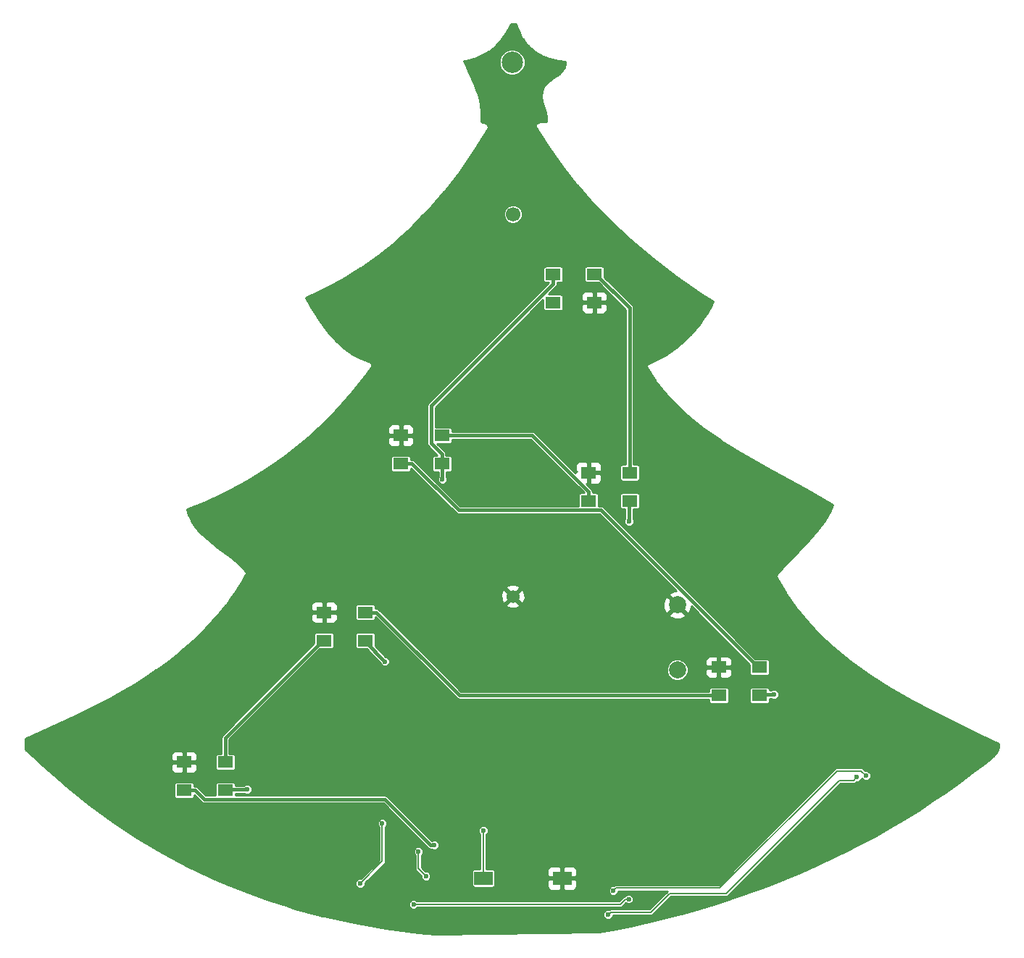
<source format=gbr>
G04 #@! TF.FileFunction,Copper,L1,Top,Signal*
%FSLAX46Y46*%
G04 Gerber Fmt 4.6, Leading zero omitted, Abs format (unit mm)*
G04 Created by KiCad (PCBNEW 4.0.4-stable) date 12/07/16 00:48:56*
%MOMM*%
%LPD*%
G01*
G04 APERTURE LIST*
%ADD10C,0.100000*%
%ADD11R,2.180000X1.600000*%
%ADD12R,1.800000X1.400000*%
%ADD13C,2.000000*%
%ADD14C,1.700000*%
%ADD15C,1.524000*%
%ADD16C,2.500000*%
%ADD17C,0.600000*%
%ADD18C,0.400000*%
%ADD19C,0.200000*%
%ADD20C,0.254000*%
G04 APERTURE END LIST*
D10*
D11*
X210152430Y-171577320D03*
X200947570Y-171572680D03*
D12*
X170800000Y-161300000D03*
X170800000Y-158000000D03*
X166000000Y-158000000D03*
X166000000Y-161300000D03*
X187175000Y-143800000D03*
X187175000Y-140500000D03*
X182375000Y-140500000D03*
X182375000Y-143800000D03*
X233250000Y-150200000D03*
X233250000Y-146900000D03*
X228450000Y-146900000D03*
X228450000Y-150200000D03*
X196125000Y-123100000D03*
X196125000Y-119800000D03*
X191325000Y-119800000D03*
X191325000Y-123100000D03*
X218050000Y-127475000D03*
X218050000Y-124175000D03*
X213250000Y-124175000D03*
X213250000Y-127475000D03*
X209125000Y-100975000D03*
X209125000Y-104275000D03*
X213925000Y-104275000D03*
X213925000Y-100975000D03*
D13*
X223625000Y-139625160D03*
X223625000Y-147224840D03*
D14*
X204425000Y-93945000D03*
D15*
X204425000Y-138645000D03*
D16*
X204325000Y-76175000D03*
D17*
X248350000Y-158175000D03*
X250025000Y-160575000D03*
X222425000Y-162350000D03*
X211075000Y-162325000D03*
X216250000Y-161625000D03*
X191725000Y-150625000D03*
X189900000Y-153500000D03*
X181425000Y-158425000D03*
X164200000Y-158025000D03*
X180475000Y-140500000D03*
X187250000Y-128450000D03*
X187225000Y-131750000D03*
X191575000Y-129025000D03*
X187000000Y-130000000D03*
X191250000Y-117925000D03*
X226625000Y-146875000D03*
X229550000Y-157175000D03*
X234900000Y-150100000D03*
X217975000Y-129875000D03*
X196175000Y-124925000D03*
X189475000Y-146250000D03*
X173350000Y-161200000D03*
X189150000Y-165150000D03*
X186575000Y-172175000D03*
X192800000Y-174650000D03*
X217950000Y-174025000D03*
X195250000Y-167725000D03*
X245650000Y-159600000D03*
X216150000Y-173025000D03*
X244600000Y-159775000D03*
X215550000Y-175850000D03*
X194250000Y-171325000D03*
X193375000Y-168475000D03*
X200950000Y-166000000D03*
D18*
X166000000Y-158000000D02*
X164225000Y-158000000D01*
X164225000Y-158000000D02*
X164200000Y-158025000D01*
X182375000Y-140500000D02*
X180475000Y-140500000D01*
X191325000Y-119800000D02*
X191325000Y-118000000D01*
X191325000Y-118000000D02*
X191250000Y-117925000D01*
X228450000Y-146900000D02*
X226650000Y-146900000D01*
X226650000Y-146900000D02*
X226625000Y-146875000D01*
X196125000Y-123100000D02*
X196125000Y-122000000D01*
X196125000Y-122000000D02*
X194874999Y-120749999D01*
X194874999Y-120749999D02*
X194874999Y-116325001D01*
X194874999Y-116325001D02*
X209125000Y-102075000D01*
X209125000Y-102075000D02*
X209125000Y-100975000D01*
X234900000Y-150100000D02*
X233350000Y-150100000D01*
X233350000Y-150100000D02*
X233250000Y-150200000D01*
X217975000Y-129875000D02*
X217975000Y-127550000D01*
X217975000Y-127550000D02*
X218050000Y-127475000D01*
X196175000Y-124925000D02*
X196175000Y-123150000D01*
X196175000Y-123150000D02*
X196125000Y-123100000D01*
X187175000Y-143800000D02*
X187175000Y-143950000D01*
X187175000Y-143950000D02*
X189475000Y-146250000D01*
X173350000Y-161200000D02*
X170900000Y-161200000D01*
X170900000Y-161200000D02*
X170800000Y-161300000D01*
D19*
X186575000Y-172175000D02*
X189150000Y-169600000D01*
X189150000Y-169600000D02*
X189150000Y-165150000D01*
X216925736Y-174625000D02*
X192825000Y-174625000D01*
X192825000Y-174625000D02*
X192800000Y-174650000D01*
X217950000Y-174025000D02*
X217525736Y-174025000D01*
X217525736Y-174025000D02*
X216925736Y-174625000D01*
D18*
X170800000Y-158000000D02*
X170800000Y-155175000D01*
X170800000Y-155175000D02*
X182175000Y-143800000D01*
X182175000Y-143800000D02*
X182375000Y-143800000D01*
X195250000Y-167725000D02*
X194825736Y-167725000D01*
X194825736Y-167725000D02*
X189450737Y-162350001D01*
X189450737Y-162350001D02*
X168350001Y-162350001D01*
X168350001Y-162350001D02*
X167300000Y-161300000D01*
X167300000Y-161300000D02*
X166000000Y-161300000D01*
X187175000Y-140500000D02*
X188475000Y-140500000D01*
X188475000Y-140500000D02*
X198175000Y-150200000D01*
X198175000Y-150200000D02*
X227150000Y-150200000D01*
X227150000Y-150200000D02*
X228450000Y-150200000D01*
X233250000Y-146900000D02*
X233050000Y-146900000D01*
X233050000Y-146900000D02*
X214675001Y-128525001D01*
X214675001Y-128525001D02*
X198050001Y-128525001D01*
X198050001Y-128525001D02*
X192625000Y-123100000D01*
X192625000Y-123100000D02*
X191325000Y-123100000D01*
X196125000Y-119800000D02*
X206675000Y-119800000D01*
X206675000Y-119800000D02*
X213250000Y-126375000D01*
X213250000Y-126375000D02*
X213250000Y-127475000D01*
X218050000Y-124175000D02*
X218050000Y-104900000D01*
X218050000Y-104900000D02*
X214125000Y-100975000D01*
X214125000Y-100975000D02*
X213925000Y-100975000D01*
D19*
X242300000Y-159025000D02*
X245075000Y-159025000D01*
X245075000Y-159025000D02*
X245650000Y-159600000D01*
X228599999Y-172725001D02*
X242300000Y-159025000D01*
X216150000Y-173025000D02*
X216449999Y-172725001D01*
X216449999Y-172725001D02*
X228599999Y-172725001D01*
X242575000Y-160125000D02*
X244250000Y-160125000D01*
X244250000Y-160125000D02*
X244600000Y-159775000D01*
X229325000Y-173375000D02*
X242575000Y-160125000D01*
X222700000Y-173375000D02*
X229325000Y-173375000D01*
X220524999Y-175550001D02*
X222700000Y-173375000D01*
X215550000Y-175850000D02*
X215849999Y-175550001D01*
X215849999Y-175550001D02*
X220524999Y-175550001D01*
X193375000Y-168475000D02*
X193375000Y-170450000D01*
X193375000Y-170450000D02*
X194250000Y-171325000D01*
X200947570Y-171572680D02*
X200947570Y-166002430D01*
X200947570Y-166002430D02*
X200950000Y-166000000D01*
D20*
G36*
X204881907Y-71976852D02*
X204887716Y-71987921D01*
X204889782Y-72000251D01*
X205085446Y-72516304D01*
X205092480Y-72527554D01*
X205095714Y-72540422D01*
X205312396Y-72997606D01*
X205320692Y-73008773D01*
X205325205Y-73021934D01*
X205572978Y-73448035D01*
X205582561Y-73458895D01*
X205588441Y-73472134D01*
X205855745Y-73851117D01*
X205866500Y-73861343D01*
X205873715Y-73874311D01*
X206170520Y-74223813D01*
X206182345Y-74233189D01*
X206190852Y-74245651D01*
X206508792Y-74557343D01*
X206521409Y-74565593D01*
X206531006Y-74577218D01*
X206877769Y-74860100D01*
X206897412Y-74870525D01*
X206913748Y-74885612D01*
X207687766Y-75359428D01*
X207714032Y-75369104D01*
X207737518Y-75384334D01*
X208636459Y-75742290D01*
X208661447Y-75746904D01*
X208684643Y-75757286D01*
X209729786Y-75995918D01*
X209750662Y-75996505D01*
X209770650Y-76002560D01*
X210536650Y-76077703D01*
X210539256Y-76103365D01*
X210531349Y-76331268D01*
X210423022Y-76748755D01*
X210199818Y-77115743D01*
X209813327Y-77499294D01*
X209149726Y-77983560D01*
X208743444Y-78273520D01*
X208733672Y-78283913D01*
X208721221Y-78290874D01*
X208358871Y-78599880D01*
X208340320Y-78623376D01*
X208317267Y-78642484D01*
X208034453Y-78990552D01*
X208012384Y-79032330D01*
X207986134Y-79071614D01*
X207817075Y-79479726D01*
X207807421Y-79528254D01*
X207793482Y-79575723D01*
X207744669Y-80121133D01*
X207749339Y-80164577D01*
X207748549Y-80208268D01*
X207843985Y-80737931D01*
X207853731Y-80762719D01*
X207857551Y-80789076D01*
X208105891Y-81490536D01*
X208264785Y-82034533D01*
X208327717Y-82670211D01*
X208290877Y-83110710D01*
X208126457Y-83130086D01*
X207534550Y-83139362D01*
X207519521Y-83142597D01*
X207504206Y-83141251D01*
X207457595Y-83155927D01*
X207409818Y-83166211D01*
X207397169Y-83174952D01*
X207382507Y-83179569D01*
X207221313Y-83267918D01*
X207214331Y-83273772D01*
X207205799Y-83276983D01*
X207165670Y-83314569D01*
X207123541Y-83349890D01*
X207119329Y-83357974D01*
X207112678Y-83364203D01*
X207089987Y-83414284D01*
X207064581Y-83463040D01*
X207063783Y-83472117D01*
X207060021Y-83480420D01*
X207058223Y-83535377D01*
X207053409Y-83590139D01*
X207056146Y-83598832D01*
X207055848Y-83607941D01*
X207075218Y-83659404D01*
X207091727Y-83711838D01*
X207097581Y-83718820D01*
X207100792Y-83727352D01*
X208555801Y-86067150D01*
X208562227Y-86074011D01*
X208566030Y-86082603D01*
X210164944Y-88355689D01*
X210171638Y-88362070D01*
X210175846Y-88370304D01*
X211926548Y-90585636D01*
X211933424Y-90591494D01*
X211937964Y-90599299D01*
X213850707Y-92765971D01*
X213857663Y-92771272D01*
X213862455Y-92778593D01*
X215950391Y-94906278D01*
X215957334Y-94911012D01*
X215962285Y-94917799D01*
X218242284Y-97017195D01*
X218249111Y-97021360D01*
X218254132Y-97027589D01*
X220748105Y-99111145D01*
X220754718Y-99114754D01*
X220759708Y-99120400D01*
X223496739Y-101203638D01*
X223503038Y-101206714D01*
X223507900Y-101211767D01*
X226528286Y-103315389D01*
X226532650Y-103317296D01*
X226536047Y-103320630D01*
X227811977Y-104156058D01*
X227533688Y-104689488D01*
X227091815Y-105448003D01*
X226640935Y-106142647D01*
X226160986Y-106807445D01*
X225670949Y-107418231D01*
X225152453Y-107999991D01*
X224621819Y-108535713D01*
X224062890Y-109042949D01*
X223488807Y-109510427D01*
X222886221Y-109949597D01*
X222264527Y-110353668D01*
X221613741Y-110729196D01*
X220939091Y-111072737D01*
X220230749Y-111388654D01*
X220213891Y-111395653D01*
X220188440Y-111412689D01*
X220160043Y-111424154D01*
X220135940Y-111447829D01*
X220107862Y-111466623D01*
X220090868Y-111492101D01*
X220069020Y-111513561D01*
X220055810Y-111544660D01*
X220037063Y-111572767D01*
X220031113Y-111602805D01*
X220019139Y-111630996D01*
X220018837Y-111664784D01*
X220012272Y-111697925D01*
X220018271Y-111727958D01*
X220017997Y-111758581D01*
X220030646Y-111789908D01*
X220037264Y-111823042D01*
X220054300Y-111848493D01*
X220065765Y-111876890D01*
X221045532Y-113372036D01*
X221055436Y-113382119D01*
X221061827Y-113394726D01*
X222189772Y-114831555D01*
X222200070Y-114840387D01*
X222207176Y-114851946D01*
X223498955Y-116245409D01*
X223509290Y-116252896D01*
X223516792Y-116263221D01*
X224995521Y-117630180D01*
X225005519Y-117636307D01*
X225013066Y-117645283D01*
X226713551Y-119007313D01*
X226722833Y-119012133D01*
X226730054Y-119019697D01*
X228708234Y-120408842D01*
X228716378Y-120412439D01*
X228722860Y-120418537D01*
X231081396Y-121892475D01*
X231087791Y-121894898D01*
X231092964Y-121899378D01*
X234074196Y-123595865D01*
X234077137Y-123596843D01*
X234079515Y-123598826D01*
X238759016Y-126147593D01*
X241774667Y-127883790D01*
X241416767Y-128744136D01*
X240813141Y-129812844D01*
X240037182Y-130890260D01*
X239020250Y-132059070D01*
X237541298Y-133568872D01*
X237540962Y-133569386D01*
X237540458Y-133569733D01*
X236377814Y-134765397D01*
X236372334Y-134773852D01*
X236364398Y-134780060D01*
X235273608Y-136047546D01*
X235268700Y-136056234D01*
X235261223Y-136062845D01*
X235237476Y-136111499D01*
X235210848Y-136158631D01*
X235209638Y-136168536D01*
X235205260Y-136177506D01*
X235201940Y-136231545D01*
X235195376Y-136285279D01*
X235198049Y-136294894D01*
X235197437Y-136304856D01*
X235215050Y-136356052D01*
X235229548Y-136408208D01*
X235235696Y-136416068D01*
X235238943Y-136425505D01*
X236265890Y-138187537D01*
X236274276Y-138197021D01*
X236279295Y-138208638D01*
X237444853Y-139897214D01*
X237453767Y-139905862D01*
X237459534Y-139916864D01*
X238772583Y-141543290D01*
X238781820Y-141550995D01*
X238788164Y-141561217D01*
X240261462Y-143136869D01*
X240270790Y-143143566D01*
X240277509Y-143152881D01*
X241928541Y-144689800D01*
X241937731Y-144695476D01*
X241944610Y-144703810D01*
X243797576Y-146215803D01*
X243806401Y-146220488D01*
X243813212Y-146227795D01*
X245902339Y-147732343D01*
X245910569Y-147736095D01*
X245917086Y-147742364D01*
X248293795Y-149264452D01*
X248301188Y-149267347D01*
X248307168Y-149272572D01*
X251056802Y-150853336D01*
X251063055Y-150855446D01*
X251068193Y-150859587D01*
X254358003Y-152580755D01*
X254362554Y-152582092D01*
X254366334Y-152584964D01*
X258648255Y-154671764D01*
X258649720Y-154672149D01*
X258650932Y-154673053D01*
X261156597Y-155866138D01*
X261177507Y-155964031D01*
X261189385Y-156159710D01*
X261121196Y-156537317D01*
X260934014Y-156888011D01*
X260580230Y-157273631D01*
X259964182Y-157759537D01*
X259518384Y-158094072D01*
X259516258Y-158096445D01*
X259513412Y-158097878D01*
X258030994Y-159255334D01*
X256518771Y-160385183D01*
X254979475Y-161485278D01*
X253407998Y-162559068D01*
X251809767Y-163602629D01*
X250179761Y-164619021D01*
X248523344Y-165604673D01*
X246835489Y-166562349D01*
X245121500Y-167488776D01*
X243376421Y-168386400D01*
X241605367Y-169252308D01*
X239803618Y-170088563D01*
X237976098Y-170892584D01*
X236118065Y-171666186D01*
X234234363Y-172407047D01*
X232320596Y-173116604D01*
X230381124Y-173792922D01*
X228411799Y-174437143D01*
X226416843Y-175047559D01*
X224392332Y-175625027D01*
X222342107Y-176168120D01*
X220262642Y-176677438D01*
X218157298Y-177151779D01*
X216022456Y-177591610D01*
X214417206Y-177898350D01*
X195276365Y-178114595D01*
X193341127Y-177922725D01*
X189548085Y-177428028D01*
X185895357Y-176793422D01*
X182371509Y-176021979D01*
X182154630Y-175964269D01*
X214972900Y-175964269D01*
X215060558Y-176176417D01*
X215222729Y-176338871D01*
X215434724Y-176426900D01*
X215664269Y-176427100D01*
X215876417Y-176339442D01*
X216038871Y-176177271D01*
X216126900Y-175965276D01*
X216126933Y-175927001D01*
X220524999Y-175927001D01*
X220669271Y-175898304D01*
X220791578Y-175816580D01*
X222856158Y-173752000D01*
X229325000Y-173752000D01*
X229469272Y-173723303D01*
X229591579Y-173641579D01*
X242731158Y-160502000D01*
X244250000Y-160502000D01*
X244394272Y-160473303D01*
X244516579Y-160391579D01*
X244556196Y-160351962D01*
X244714269Y-160352100D01*
X244926417Y-160264442D01*
X245088871Y-160102271D01*
X245161501Y-159927361D01*
X245322729Y-160088871D01*
X245534724Y-160176900D01*
X245764269Y-160177100D01*
X245976417Y-160089442D01*
X246138871Y-159927271D01*
X246226900Y-159715276D01*
X246227100Y-159485731D01*
X246139442Y-159273583D01*
X245977271Y-159111129D01*
X245765276Y-159023100D01*
X245606119Y-159022961D01*
X245341579Y-158758421D01*
X245219272Y-158676697D01*
X245075000Y-158648000D01*
X242300000Y-158648000D01*
X242177492Y-158672368D01*
X242155728Y-158676697D01*
X242033421Y-158758421D01*
X228443841Y-172348001D01*
X216449999Y-172348001D01*
X216305727Y-172376698D01*
X216261995Y-172405919D01*
X216198953Y-172448042D01*
X216035731Y-172447900D01*
X215823583Y-172535558D01*
X215661129Y-172697729D01*
X215573100Y-172909724D01*
X215572900Y-173139269D01*
X215660558Y-173351417D01*
X215822729Y-173513871D01*
X216034724Y-173601900D01*
X216264269Y-173602100D01*
X216476417Y-173514442D01*
X216638871Y-173352271D01*
X216726900Y-173140276D01*
X216726933Y-173102001D01*
X222443029Y-173102001D01*
X222433421Y-173108421D01*
X220368841Y-175173001D01*
X215849999Y-175173001D01*
X215705727Y-175201698D01*
X215668010Y-175226900D01*
X215598953Y-175273042D01*
X215435731Y-175272900D01*
X215223583Y-175360558D01*
X215061129Y-175522729D01*
X214973100Y-175734724D01*
X214972900Y-175964269D01*
X182154630Y-175964269D01*
X178966997Y-175116065D01*
X177851486Y-174764269D01*
X192222900Y-174764269D01*
X192310558Y-174976417D01*
X192472729Y-175138871D01*
X192684724Y-175226900D01*
X192914269Y-175227100D01*
X193126417Y-175139442D01*
X193264099Y-175002000D01*
X216925736Y-175002000D01*
X217070008Y-174973303D01*
X217192315Y-174891579D01*
X217596399Y-174487495D01*
X217622729Y-174513871D01*
X217834724Y-174601900D01*
X218064269Y-174602100D01*
X218276417Y-174514442D01*
X218438871Y-174352271D01*
X218526900Y-174140276D01*
X218527100Y-173910731D01*
X218439442Y-173698583D01*
X218277271Y-173536129D01*
X218065276Y-173448100D01*
X217835731Y-173447900D01*
X217623583Y-173535558D01*
X217507264Y-173651674D01*
X217381464Y-173676697D01*
X217259157Y-173758421D01*
X216769578Y-174248000D01*
X193213991Y-174248000D01*
X193127271Y-174161129D01*
X192915276Y-174073100D01*
X192685731Y-174072900D01*
X192473583Y-174160558D01*
X192311129Y-174322729D01*
X192223100Y-174534724D01*
X192222900Y-174764269D01*
X177851486Y-174764269D01*
X175672479Y-174077081D01*
X172478864Y-172905406D01*
X171014516Y-172289269D01*
X185997900Y-172289269D01*
X186085558Y-172501417D01*
X186247729Y-172663871D01*
X186459724Y-172751900D01*
X186689269Y-172752100D01*
X186901417Y-172664442D01*
X187063871Y-172502271D01*
X187151900Y-172290276D01*
X187152039Y-172131119D01*
X189416579Y-169866579D01*
X189498303Y-169744272D01*
X189527000Y-169600000D01*
X189527000Y-168589269D01*
X192797900Y-168589269D01*
X192885558Y-168801417D01*
X192998000Y-168914055D01*
X192998000Y-170450000D01*
X193026697Y-170594272D01*
X193108421Y-170716579D01*
X193673038Y-171281196D01*
X193672900Y-171439269D01*
X193760558Y-171651417D01*
X193922729Y-171813871D01*
X194134724Y-171901900D01*
X194364269Y-171902100D01*
X194576417Y-171814442D01*
X194738871Y-171652271D01*
X194826900Y-171440276D01*
X194827100Y-171210731D01*
X194739442Y-170998583D01*
X194577271Y-170836129D01*
X194424471Y-170772680D01*
X199575144Y-170772680D01*
X199575144Y-172372680D01*
X199594459Y-172475330D01*
X199655125Y-172569607D01*
X199747690Y-172632855D01*
X199857570Y-172655106D01*
X202037570Y-172655106D01*
X202140220Y-172635791D01*
X202234497Y-172575125D01*
X202297745Y-172482560D01*
X202319996Y-172372680D01*
X202319996Y-171863070D01*
X208427430Y-171863070D01*
X208427430Y-172503630D01*
X208524103Y-172737019D01*
X208702732Y-172915647D01*
X208936121Y-173012320D01*
X209866680Y-173012320D01*
X210025430Y-172853570D01*
X210025430Y-171704320D01*
X210279430Y-171704320D01*
X210279430Y-172853570D01*
X210438180Y-173012320D01*
X211368739Y-173012320D01*
X211602128Y-172915647D01*
X211780757Y-172737019D01*
X211877430Y-172503630D01*
X211877430Y-171863070D01*
X211718680Y-171704320D01*
X210279430Y-171704320D01*
X210025430Y-171704320D01*
X208586180Y-171704320D01*
X208427430Y-171863070D01*
X202319996Y-171863070D01*
X202319996Y-170772680D01*
X202300681Y-170670030D01*
X202288442Y-170651010D01*
X208427430Y-170651010D01*
X208427430Y-171291570D01*
X208586180Y-171450320D01*
X210025430Y-171450320D01*
X210025430Y-170301070D01*
X210279430Y-170301070D01*
X210279430Y-171450320D01*
X211718680Y-171450320D01*
X211877430Y-171291570D01*
X211877430Y-170651010D01*
X211780757Y-170417621D01*
X211602128Y-170238993D01*
X211368739Y-170142320D01*
X210438180Y-170142320D01*
X210279430Y-170301070D01*
X210025430Y-170301070D01*
X209866680Y-170142320D01*
X208936121Y-170142320D01*
X208702732Y-170238993D01*
X208524103Y-170417621D01*
X208427430Y-170651010D01*
X202288442Y-170651010D01*
X202240015Y-170575753D01*
X202147450Y-170512505D01*
X202037570Y-170490254D01*
X201324570Y-170490254D01*
X201324570Y-166441373D01*
X201438871Y-166327271D01*
X201526900Y-166115276D01*
X201527100Y-165885731D01*
X201439442Y-165673583D01*
X201277271Y-165511129D01*
X201065276Y-165423100D01*
X200835731Y-165422900D01*
X200623583Y-165510558D01*
X200461129Y-165672729D01*
X200373100Y-165884724D01*
X200372900Y-166114269D01*
X200460558Y-166326417D01*
X200570570Y-166436621D01*
X200570570Y-170490254D01*
X199857570Y-170490254D01*
X199754920Y-170509569D01*
X199660643Y-170570235D01*
X199597395Y-170662800D01*
X199575144Y-170772680D01*
X194424471Y-170772680D01*
X194365276Y-170748100D01*
X194206119Y-170747961D01*
X193752000Y-170293842D01*
X193752000Y-168913947D01*
X193863871Y-168802271D01*
X193951900Y-168590276D01*
X193952100Y-168360731D01*
X193864442Y-168148583D01*
X193702271Y-167986129D01*
X193490276Y-167898100D01*
X193260731Y-167897900D01*
X193048583Y-167985558D01*
X192886129Y-168147729D01*
X192798100Y-168359724D01*
X192797900Y-168589269D01*
X189527000Y-168589269D01*
X189527000Y-165588947D01*
X189638871Y-165477271D01*
X189726900Y-165265276D01*
X189727100Y-165035731D01*
X189639442Y-164823583D01*
X189477271Y-164661129D01*
X189265276Y-164573100D01*
X189035731Y-164572900D01*
X188823583Y-164660558D01*
X188661129Y-164822729D01*
X188573100Y-165034724D01*
X188572900Y-165264269D01*
X188660558Y-165476417D01*
X188773000Y-165589055D01*
X188773000Y-169443842D01*
X186618804Y-171598038D01*
X186460731Y-171597900D01*
X186248583Y-171685558D01*
X186086129Y-171847729D01*
X185998100Y-172059724D01*
X185997900Y-172289269D01*
X171014516Y-172289269D01*
X169377184Y-171600348D01*
X166358585Y-170160028D01*
X163414375Y-168581365D01*
X160535719Y-166859858D01*
X157713672Y-164989443D01*
X154939007Y-162962328D01*
X152201912Y-160768564D01*
X152009387Y-160600000D01*
X164817574Y-160600000D01*
X164817574Y-162000000D01*
X164836889Y-162102650D01*
X164897555Y-162196927D01*
X164990120Y-162260175D01*
X165100000Y-162282426D01*
X166900000Y-162282426D01*
X167002650Y-162263111D01*
X167096927Y-162202445D01*
X167160175Y-162109880D01*
X167182426Y-162000000D01*
X167182426Y-161857006D01*
X168012711Y-162687291D01*
X168167461Y-162790692D01*
X168350001Y-162827001D01*
X189253157Y-162827001D01*
X194488446Y-168062290D01*
X194643195Y-168165691D01*
X194825736Y-168202000D01*
X194910879Y-168202000D01*
X194922729Y-168213871D01*
X195134724Y-168301900D01*
X195364269Y-168302100D01*
X195576417Y-168214442D01*
X195738871Y-168052271D01*
X195826900Y-167840276D01*
X195827100Y-167610731D01*
X195739442Y-167398583D01*
X195577271Y-167236129D01*
X195365276Y-167148100D01*
X195135731Y-167147900D01*
X194985352Y-167210036D01*
X189788027Y-162012711D01*
X189633277Y-161909310D01*
X189450737Y-161873001D01*
X171982426Y-161873001D01*
X171982426Y-161677000D01*
X173010879Y-161677000D01*
X173022729Y-161688871D01*
X173234724Y-161776900D01*
X173464269Y-161777100D01*
X173676417Y-161689442D01*
X173838871Y-161527271D01*
X173926900Y-161315276D01*
X173927100Y-161085731D01*
X173839442Y-160873583D01*
X173677271Y-160711129D01*
X173465276Y-160623100D01*
X173235731Y-160622900D01*
X173023583Y-160710558D01*
X173011119Y-160723000D01*
X171982426Y-160723000D01*
X171982426Y-160600000D01*
X171963111Y-160497350D01*
X171902445Y-160403073D01*
X171809880Y-160339825D01*
X171700000Y-160317574D01*
X169900000Y-160317574D01*
X169797350Y-160336889D01*
X169703073Y-160397555D01*
X169639825Y-160490120D01*
X169617574Y-160600000D01*
X169617574Y-161873001D01*
X168547581Y-161873001D01*
X167637290Y-160962710D01*
X167482540Y-160859309D01*
X167300000Y-160823000D01*
X167182426Y-160823000D01*
X167182426Y-160600000D01*
X167163111Y-160497350D01*
X167102445Y-160403073D01*
X167009880Y-160339825D01*
X166900000Y-160317574D01*
X165100000Y-160317574D01*
X164997350Y-160336889D01*
X164903073Y-160397555D01*
X164839825Y-160490120D01*
X164817574Y-160600000D01*
X152009387Y-160600000D01*
X149491121Y-158395153D01*
X149375260Y-158285750D01*
X164465000Y-158285750D01*
X164465000Y-158826309D01*
X164561673Y-159059698D01*
X164740301Y-159238327D01*
X164973690Y-159335000D01*
X165714250Y-159335000D01*
X165873000Y-159176250D01*
X165873000Y-158127000D01*
X166127000Y-158127000D01*
X166127000Y-159176250D01*
X166285750Y-159335000D01*
X167026310Y-159335000D01*
X167259699Y-159238327D01*
X167438327Y-159059698D01*
X167535000Y-158826309D01*
X167535000Y-158285750D01*
X167376250Y-158127000D01*
X166127000Y-158127000D01*
X165873000Y-158127000D01*
X164623750Y-158127000D01*
X164465000Y-158285750D01*
X149375260Y-158285750D01*
X148197550Y-157173691D01*
X164465000Y-157173691D01*
X164465000Y-157714250D01*
X164623750Y-157873000D01*
X165873000Y-157873000D01*
X165873000Y-156823750D01*
X166127000Y-156823750D01*
X166127000Y-157873000D01*
X167376250Y-157873000D01*
X167535000Y-157714250D01*
X167535000Y-157300000D01*
X169617574Y-157300000D01*
X169617574Y-158700000D01*
X169636889Y-158802650D01*
X169697555Y-158896927D01*
X169790120Y-158960175D01*
X169900000Y-158982426D01*
X171700000Y-158982426D01*
X171802650Y-158963111D01*
X171896927Y-158902445D01*
X171960175Y-158809880D01*
X171982426Y-158700000D01*
X171982426Y-157300000D01*
X171963111Y-157197350D01*
X171902445Y-157103073D01*
X171809880Y-157039825D01*
X171700000Y-157017574D01*
X171277000Y-157017574D01*
X171277000Y-155372580D01*
X181867154Y-144782426D01*
X183275000Y-144782426D01*
X183377650Y-144763111D01*
X183471927Y-144702445D01*
X183535175Y-144609880D01*
X183557426Y-144500000D01*
X183557426Y-143100000D01*
X185992574Y-143100000D01*
X185992574Y-144500000D01*
X186011889Y-144602650D01*
X186072555Y-144696927D01*
X186165120Y-144760175D01*
X186275000Y-144782426D01*
X187332846Y-144782426D01*
X188897915Y-146347495D01*
X188897900Y-146364269D01*
X188985558Y-146576417D01*
X189147729Y-146738871D01*
X189359724Y-146826900D01*
X189589269Y-146827100D01*
X189801417Y-146739442D01*
X189963871Y-146577271D01*
X190051900Y-146365276D01*
X190052100Y-146135731D01*
X189964442Y-145923583D01*
X189802271Y-145761129D01*
X189590276Y-145673100D01*
X189572665Y-145673085D01*
X188357426Y-144457846D01*
X188357426Y-143100000D01*
X188338111Y-142997350D01*
X188277445Y-142903073D01*
X188184880Y-142839825D01*
X188075000Y-142817574D01*
X186275000Y-142817574D01*
X186172350Y-142836889D01*
X186078073Y-142897555D01*
X186014825Y-142990120D01*
X185992574Y-143100000D01*
X183557426Y-143100000D01*
X183538111Y-142997350D01*
X183477445Y-142903073D01*
X183384880Y-142839825D01*
X183275000Y-142817574D01*
X181475000Y-142817574D01*
X181372350Y-142836889D01*
X181278073Y-142897555D01*
X181214825Y-142990120D01*
X181192574Y-143100000D01*
X181192574Y-144107846D01*
X170462710Y-154837710D01*
X170359309Y-154992460D01*
X170323000Y-155175000D01*
X170323000Y-157017574D01*
X169900000Y-157017574D01*
X169797350Y-157036889D01*
X169703073Y-157097555D01*
X169639825Y-157190120D01*
X169617574Y-157300000D01*
X167535000Y-157300000D01*
X167535000Y-157173691D01*
X167438327Y-156940302D01*
X167259699Y-156761673D01*
X167026310Y-156665000D01*
X166285750Y-156665000D01*
X166127000Y-156823750D01*
X165873000Y-156823750D01*
X165714250Y-156665000D01*
X164973690Y-156665000D01*
X164740301Y-156761673D01*
X164561673Y-156940302D01*
X164465000Y-157173691D01*
X148197550Y-157173691D01*
X147469876Y-156486582D01*
X147469876Y-155236254D01*
X150453947Y-153923982D01*
X150456903Y-153921913D01*
X150460407Y-153921057D01*
X153583172Y-152466185D01*
X153586491Y-152463753D01*
X153590462Y-152462678D01*
X155429222Y-151549997D01*
X155432312Y-151547613D01*
X155436052Y-151546506D01*
X157239168Y-150598164D01*
X157242436Y-150595518D01*
X157246440Y-150594222D01*
X158737642Y-149761115D01*
X158740987Y-149758264D01*
X158745131Y-149756800D01*
X160203399Y-148890750D01*
X160206854Y-148887644D01*
X160211189Y-148885975D01*
X161484634Y-148080730D01*
X161488134Y-148077402D01*
X161492592Y-148075535D01*
X162734497Y-147238743D01*
X162738052Y-147235160D01*
X162742647Y-147233070D01*
X163854463Y-146433799D01*
X163858025Y-146429985D01*
X163862704Y-146427676D01*
X164943858Y-145597751D01*
X164947419Y-145593689D01*
X164952181Y-145591144D01*
X165933916Y-144785518D01*
X165937436Y-144781229D01*
X165942241Y-144778451D01*
X166893924Y-143942781D01*
X166897392Y-143938256D01*
X166902227Y-143935234D01*
X167774138Y-143114952D01*
X167777519Y-143110211D01*
X167782345Y-143106955D01*
X168624600Y-142257009D01*
X168627878Y-142252054D01*
X168632680Y-142248558D01*
X169408826Y-141407180D01*
X169411972Y-141402034D01*
X169416716Y-141398309D01*
X169941934Y-140785750D01*
X180840000Y-140785750D01*
X180840000Y-141326309D01*
X180936673Y-141559698D01*
X181115301Y-141738327D01*
X181348690Y-141835000D01*
X182089250Y-141835000D01*
X182248000Y-141676250D01*
X182248000Y-140627000D01*
X182502000Y-140627000D01*
X182502000Y-141676250D01*
X182660750Y-141835000D01*
X183401310Y-141835000D01*
X183634699Y-141738327D01*
X183813327Y-141559698D01*
X183910000Y-141326309D01*
X183910000Y-140785750D01*
X183751250Y-140627000D01*
X182502000Y-140627000D01*
X182248000Y-140627000D01*
X180998750Y-140627000D01*
X180840000Y-140785750D01*
X169941934Y-140785750D01*
X170163391Y-140527467D01*
X170166390Y-140522136D01*
X170171056Y-140518186D01*
X170842821Y-139673691D01*
X180840000Y-139673691D01*
X180840000Y-140214250D01*
X180998750Y-140373000D01*
X182248000Y-140373000D01*
X182248000Y-139323750D01*
X182502000Y-139323750D01*
X182502000Y-140373000D01*
X183751250Y-140373000D01*
X183910000Y-140214250D01*
X183910000Y-139800000D01*
X185992574Y-139800000D01*
X185992574Y-141200000D01*
X186011889Y-141302650D01*
X186072555Y-141396927D01*
X186165120Y-141460175D01*
X186275000Y-141482426D01*
X188075000Y-141482426D01*
X188177650Y-141463111D01*
X188271927Y-141402445D01*
X188335175Y-141309880D01*
X188357426Y-141200000D01*
X188357426Y-141057006D01*
X197837710Y-150537290D01*
X197992460Y-150640691D01*
X198175000Y-150677000D01*
X227267574Y-150677000D01*
X227267574Y-150900000D01*
X227286889Y-151002650D01*
X227347555Y-151096927D01*
X227440120Y-151160175D01*
X227550000Y-151182426D01*
X229350000Y-151182426D01*
X229452650Y-151163111D01*
X229546927Y-151102445D01*
X229610175Y-151009880D01*
X229632426Y-150900000D01*
X229632426Y-149500000D01*
X232067574Y-149500000D01*
X232067574Y-150900000D01*
X232086889Y-151002650D01*
X232147555Y-151096927D01*
X232240120Y-151160175D01*
X232350000Y-151182426D01*
X234150000Y-151182426D01*
X234252650Y-151163111D01*
X234346927Y-151102445D01*
X234410175Y-151009880D01*
X234432426Y-150900000D01*
X234432426Y-150577000D01*
X234560879Y-150577000D01*
X234572729Y-150588871D01*
X234784724Y-150676900D01*
X235014269Y-150677100D01*
X235226417Y-150589442D01*
X235388871Y-150427271D01*
X235476900Y-150215276D01*
X235477100Y-149985731D01*
X235389442Y-149773583D01*
X235227271Y-149611129D01*
X235015276Y-149523100D01*
X234785731Y-149522900D01*
X234573583Y-149610558D01*
X234561119Y-149623000D01*
X234432426Y-149623000D01*
X234432426Y-149500000D01*
X234413111Y-149397350D01*
X234352445Y-149303073D01*
X234259880Y-149239825D01*
X234150000Y-149217574D01*
X232350000Y-149217574D01*
X232247350Y-149236889D01*
X232153073Y-149297555D01*
X232089825Y-149390120D01*
X232067574Y-149500000D01*
X229632426Y-149500000D01*
X229613111Y-149397350D01*
X229552445Y-149303073D01*
X229459880Y-149239825D01*
X229350000Y-149217574D01*
X227550000Y-149217574D01*
X227447350Y-149236889D01*
X227353073Y-149297555D01*
X227289825Y-149390120D01*
X227267574Y-149500000D01*
X227267574Y-149723000D01*
X198372580Y-149723000D01*
X196127317Y-147477737D01*
X222347779Y-147477737D01*
X222541781Y-147947257D01*
X222900693Y-148306797D01*
X223369875Y-148501618D01*
X223877897Y-148502061D01*
X224347417Y-148308059D01*
X224706957Y-147949147D01*
X224901778Y-147479965D01*
X224902034Y-147185750D01*
X226915000Y-147185750D01*
X226915000Y-147726309D01*
X227011673Y-147959698D01*
X227190301Y-148138327D01*
X227423690Y-148235000D01*
X228164250Y-148235000D01*
X228323000Y-148076250D01*
X228323000Y-147027000D01*
X228577000Y-147027000D01*
X228577000Y-148076250D01*
X228735750Y-148235000D01*
X229476310Y-148235000D01*
X229709699Y-148138327D01*
X229888327Y-147959698D01*
X229985000Y-147726309D01*
X229985000Y-147185750D01*
X229826250Y-147027000D01*
X228577000Y-147027000D01*
X228323000Y-147027000D01*
X227073750Y-147027000D01*
X226915000Y-147185750D01*
X224902034Y-147185750D01*
X224902221Y-146971943D01*
X224708219Y-146502423D01*
X224349307Y-146142883D01*
X224182674Y-146073691D01*
X226915000Y-146073691D01*
X226915000Y-146614250D01*
X227073750Y-146773000D01*
X228323000Y-146773000D01*
X228323000Y-145723750D01*
X228577000Y-145723750D01*
X228577000Y-146773000D01*
X229826250Y-146773000D01*
X229985000Y-146614250D01*
X229985000Y-146073691D01*
X229888327Y-145840302D01*
X229709699Y-145661673D01*
X229476310Y-145565000D01*
X228735750Y-145565000D01*
X228577000Y-145723750D01*
X228323000Y-145723750D01*
X228164250Y-145565000D01*
X227423690Y-145565000D01*
X227190301Y-145661673D01*
X227011673Y-145840302D01*
X226915000Y-146073691D01*
X224182674Y-146073691D01*
X223880125Y-145948062D01*
X223372103Y-145947619D01*
X222902583Y-146141621D01*
X222543043Y-146500533D01*
X222348222Y-146969715D01*
X222347779Y-147477737D01*
X196127317Y-147477737D01*
X189427272Y-140777692D01*
X222652073Y-140777692D01*
X222750736Y-141044547D01*
X223360461Y-141271068D01*
X224010460Y-141247016D01*
X224499264Y-141044547D01*
X224597927Y-140777692D01*
X223625000Y-139804765D01*
X222652073Y-140777692D01*
X189427272Y-140777692D01*
X188812290Y-140162710D01*
X188657540Y-140059309D01*
X188475000Y-140023000D01*
X188357426Y-140023000D01*
X188357426Y-139800000D01*
X188338111Y-139697350D01*
X188291692Y-139625213D01*
X203624392Y-139625213D01*
X203693857Y-139867397D01*
X204217302Y-140054144D01*
X204772368Y-140026362D01*
X205156143Y-139867397D01*
X205225608Y-139625213D01*
X204425000Y-138824605D01*
X203624392Y-139625213D01*
X188291692Y-139625213D01*
X188277445Y-139603073D01*
X188184880Y-139539825D01*
X188075000Y-139517574D01*
X186275000Y-139517574D01*
X186172350Y-139536889D01*
X186078073Y-139597555D01*
X186014825Y-139690120D01*
X185992574Y-139800000D01*
X183910000Y-139800000D01*
X183910000Y-139673691D01*
X183813327Y-139440302D01*
X183634699Y-139261673D01*
X183401310Y-139165000D01*
X182660750Y-139165000D01*
X182502000Y-139323750D01*
X182248000Y-139323750D01*
X182089250Y-139165000D01*
X181348690Y-139165000D01*
X181115301Y-139261673D01*
X180936673Y-139440302D01*
X180840000Y-139673691D01*
X170842821Y-139673691D01*
X170861547Y-139650151D01*
X170864373Y-139644665D01*
X170868933Y-139640504D01*
X171529951Y-138742997D01*
X171532592Y-138737365D01*
X171537026Y-138733004D01*
X171738185Y-138437302D01*
X203015856Y-138437302D01*
X203043638Y-138992368D01*
X203202603Y-139376143D01*
X203444787Y-139445608D01*
X204245395Y-138645000D01*
X204604605Y-138645000D01*
X205405213Y-139445608D01*
X205647397Y-139376143D01*
X205652934Y-139360621D01*
X221979092Y-139360621D01*
X222003144Y-140010620D01*
X222205613Y-140499424D01*
X222472468Y-140598087D01*
X223445395Y-139625160D01*
X222472468Y-138652233D01*
X222205613Y-138750896D01*
X221979092Y-139360621D01*
X205652934Y-139360621D01*
X205834144Y-138852698D01*
X205806362Y-138297632D01*
X205647397Y-137913857D01*
X205405213Y-137844392D01*
X204604605Y-138645000D01*
X204245395Y-138645000D01*
X203444787Y-137844392D01*
X203202603Y-137913857D01*
X203015856Y-138437302D01*
X171738185Y-138437302D01*
X172149239Y-137833057D01*
X172151675Y-137827311D01*
X172155958Y-137822770D01*
X172254959Y-137664787D01*
X203624392Y-137664787D01*
X204425000Y-138465395D01*
X205225608Y-137664787D01*
X205156143Y-137422603D01*
X204632698Y-137235856D01*
X204077632Y-137263638D01*
X203693857Y-137422603D01*
X203624392Y-137664787D01*
X172254959Y-137664787D01*
X172738500Y-136893167D01*
X172740597Y-136887654D01*
X172744488Y-136883223D01*
X173223698Y-136054533D01*
X173228969Y-136039041D01*
X173238498Y-136025738D01*
X173249366Y-135979091D01*
X173264794Y-135933744D01*
X173263735Y-135917414D01*
X173267448Y-135901476D01*
X173259637Y-135854217D01*
X173256537Y-135806422D01*
X173249310Y-135791741D01*
X173246641Y-135775594D01*
X173221339Y-135734922D01*
X173200185Y-135691951D01*
X173187889Y-135681153D01*
X173179245Y-135667258D01*
X172425781Y-134863089D01*
X172411000Y-134852501D01*
X172399755Y-134838210D01*
X171404768Y-133986831D01*
X171395389Y-133981567D01*
X171388205Y-133973565D01*
X169910132Y-132866469D01*
X168679859Y-131901385D01*
X168117564Y-131389886D01*
X167598240Y-130837834D01*
X167262400Y-130415340D01*
X166957687Y-129961215D01*
X166719161Y-129532676D01*
X166513354Y-129078300D01*
X166308391Y-128429638D01*
X168541049Y-127544153D01*
X168549231Y-127538863D01*
X168558696Y-127536547D01*
X170995433Y-126400225D01*
X171003326Y-126394437D01*
X171012682Y-126391553D01*
X173367816Y-125118970D01*
X173375379Y-125112706D01*
X173384573Y-125109263D01*
X175654753Y-123702891D01*
X175661939Y-123696184D01*
X175670924Y-123692197D01*
X177504397Y-122400000D01*
X190142574Y-122400000D01*
X190142574Y-123800000D01*
X190161889Y-123902650D01*
X190222555Y-123996927D01*
X190315120Y-124060175D01*
X190425000Y-124082426D01*
X192225000Y-124082426D01*
X192327650Y-124063111D01*
X192421927Y-124002445D01*
X192485175Y-123909880D01*
X192507426Y-123800000D01*
X192507426Y-123657006D01*
X197712711Y-128862291D01*
X197867461Y-128965692D01*
X198050001Y-129002001D01*
X214477421Y-129002001D01*
X223470189Y-137994769D01*
X223239540Y-138003304D01*
X222750736Y-138205773D01*
X222652073Y-138472628D01*
X223625000Y-139445555D01*
X223639143Y-139431413D01*
X223818748Y-139611018D01*
X223804605Y-139625160D01*
X224777532Y-140598087D01*
X225044387Y-140499424D01*
X225270908Y-139889699D01*
X225267288Y-139791868D01*
X232067574Y-146592154D01*
X232067574Y-147600000D01*
X232086889Y-147702650D01*
X232147555Y-147796927D01*
X232240120Y-147860175D01*
X232350000Y-147882426D01*
X234150000Y-147882426D01*
X234252650Y-147863111D01*
X234346927Y-147802445D01*
X234410175Y-147709880D01*
X234432426Y-147600000D01*
X234432426Y-146200000D01*
X234413111Y-146097350D01*
X234352445Y-146003073D01*
X234259880Y-145939825D01*
X234150000Y-145917574D01*
X232742154Y-145917574D01*
X215012291Y-128187711D01*
X214857541Y-128084310D01*
X214675001Y-128048001D01*
X214432426Y-128048001D01*
X214432426Y-126775000D01*
X216867574Y-126775000D01*
X216867574Y-128175000D01*
X216886889Y-128277650D01*
X216947555Y-128371927D01*
X217040120Y-128435175D01*
X217150000Y-128457426D01*
X217498000Y-128457426D01*
X217498000Y-129535879D01*
X217486129Y-129547729D01*
X217398100Y-129759724D01*
X217397900Y-129989269D01*
X217485558Y-130201417D01*
X217647729Y-130363871D01*
X217859724Y-130451900D01*
X218089269Y-130452100D01*
X218301417Y-130364442D01*
X218463871Y-130202271D01*
X218551900Y-129990276D01*
X218552100Y-129760731D01*
X218464442Y-129548583D01*
X218452000Y-129536119D01*
X218452000Y-128457426D01*
X218950000Y-128457426D01*
X219052650Y-128438111D01*
X219146927Y-128377445D01*
X219210175Y-128284880D01*
X219232426Y-128175000D01*
X219232426Y-126775000D01*
X219213111Y-126672350D01*
X219152445Y-126578073D01*
X219059880Y-126514825D01*
X218950000Y-126492574D01*
X217150000Y-126492574D01*
X217047350Y-126511889D01*
X216953073Y-126572555D01*
X216889825Y-126665120D01*
X216867574Y-126775000D01*
X214432426Y-126775000D01*
X214413111Y-126672350D01*
X214352445Y-126578073D01*
X214259880Y-126514825D01*
X214150000Y-126492574D01*
X213727000Y-126492574D01*
X213727000Y-126375000D01*
X213690691Y-126192460D01*
X213587290Y-126037710D01*
X213011915Y-125462335D01*
X213123000Y-125351250D01*
X213123000Y-124302000D01*
X213377000Y-124302000D01*
X213377000Y-125351250D01*
X213535750Y-125510000D01*
X214276310Y-125510000D01*
X214509699Y-125413327D01*
X214688327Y-125234698D01*
X214785000Y-125001309D01*
X214785000Y-124460750D01*
X214626250Y-124302000D01*
X213377000Y-124302000D01*
X213123000Y-124302000D01*
X213103000Y-124302000D01*
X213103000Y-124048000D01*
X213123000Y-124048000D01*
X213123000Y-122998750D01*
X213377000Y-122998750D01*
X213377000Y-124048000D01*
X214626250Y-124048000D01*
X214785000Y-123889250D01*
X214785000Y-123348691D01*
X214688327Y-123115302D01*
X214509699Y-122936673D01*
X214276310Y-122840000D01*
X213535750Y-122840000D01*
X213377000Y-122998750D01*
X213123000Y-122998750D01*
X212964250Y-122840000D01*
X212223690Y-122840000D01*
X211990301Y-122936673D01*
X211811673Y-123115302D01*
X211715000Y-123348691D01*
X211715000Y-123889250D01*
X211873748Y-124047998D01*
X211715000Y-124047998D01*
X211715000Y-124165420D01*
X207012290Y-119462710D01*
X206857540Y-119359309D01*
X206675000Y-119323000D01*
X197307426Y-119323000D01*
X197307426Y-119100000D01*
X197288111Y-118997350D01*
X197227445Y-118903073D01*
X197134880Y-118839825D01*
X197025000Y-118817574D01*
X195351999Y-118817574D01*
X195351999Y-116522581D01*
X207942574Y-103932006D01*
X207942574Y-104975000D01*
X207961889Y-105077650D01*
X208022555Y-105171927D01*
X208115120Y-105235175D01*
X208225000Y-105257426D01*
X210025000Y-105257426D01*
X210127650Y-105238111D01*
X210221927Y-105177445D01*
X210285175Y-105084880D01*
X210307426Y-104975000D01*
X210307426Y-104560750D01*
X212390000Y-104560750D01*
X212390000Y-105101309D01*
X212486673Y-105334698D01*
X212665301Y-105513327D01*
X212898690Y-105610000D01*
X213639250Y-105610000D01*
X213798000Y-105451250D01*
X213798000Y-104402000D01*
X214052000Y-104402000D01*
X214052000Y-105451250D01*
X214210750Y-105610000D01*
X214951310Y-105610000D01*
X215184699Y-105513327D01*
X215363327Y-105334698D01*
X215460000Y-105101309D01*
X215460000Y-104560750D01*
X215301250Y-104402000D01*
X214052000Y-104402000D01*
X213798000Y-104402000D01*
X212548750Y-104402000D01*
X212390000Y-104560750D01*
X210307426Y-104560750D01*
X210307426Y-103575000D01*
X210288111Y-103472350D01*
X210272887Y-103448691D01*
X212390000Y-103448691D01*
X212390000Y-103989250D01*
X212548750Y-104148000D01*
X213798000Y-104148000D01*
X213798000Y-103098750D01*
X214052000Y-103098750D01*
X214052000Y-104148000D01*
X215301250Y-104148000D01*
X215460000Y-103989250D01*
X215460000Y-103448691D01*
X215363327Y-103215302D01*
X215184699Y-103036673D01*
X214951310Y-102940000D01*
X214210750Y-102940000D01*
X214052000Y-103098750D01*
X213798000Y-103098750D01*
X213639250Y-102940000D01*
X212898690Y-102940000D01*
X212665301Y-103036673D01*
X212486673Y-103215302D01*
X212390000Y-103448691D01*
X210272887Y-103448691D01*
X210227445Y-103378073D01*
X210134880Y-103314825D01*
X210025000Y-103292574D01*
X208582006Y-103292574D01*
X209462290Y-102412290D01*
X209565691Y-102257540D01*
X209602000Y-102075000D01*
X209602000Y-101957426D01*
X210025000Y-101957426D01*
X210127650Y-101938111D01*
X210221927Y-101877445D01*
X210285175Y-101784880D01*
X210307426Y-101675000D01*
X210307426Y-100275000D01*
X212742574Y-100275000D01*
X212742574Y-101675000D01*
X212761889Y-101777650D01*
X212822555Y-101871927D01*
X212915120Y-101935175D01*
X213025000Y-101957426D01*
X214432846Y-101957426D01*
X217573000Y-105097580D01*
X217573000Y-123192574D01*
X217150000Y-123192574D01*
X217047350Y-123211889D01*
X216953073Y-123272555D01*
X216889825Y-123365120D01*
X216867574Y-123475000D01*
X216867574Y-124875000D01*
X216886889Y-124977650D01*
X216947555Y-125071927D01*
X217040120Y-125135175D01*
X217150000Y-125157426D01*
X218950000Y-125157426D01*
X219052650Y-125138111D01*
X219146927Y-125077445D01*
X219210175Y-124984880D01*
X219232426Y-124875000D01*
X219232426Y-123475000D01*
X219213111Y-123372350D01*
X219152445Y-123278073D01*
X219059880Y-123214825D01*
X218950000Y-123192574D01*
X218527000Y-123192574D01*
X218527000Y-104900000D01*
X218490691Y-104717460D01*
X218387290Y-104562710D01*
X215107426Y-101282846D01*
X215107426Y-100275000D01*
X215088111Y-100172350D01*
X215027445Y-100078073D01*
X214934880Y-100014825D01*
X214825000Y-99992574D01*
X213025000Y-99992574D01*
X212922350Y-100011889D01*
X212828073Y-100072555D01*
X212764825Y-100165120D01*
X212742574Y-100275000D01*
X210307426Y-100275000D01*
X210288111Y-100172350D01*
X210227445Y-100078073D01*
X210134880Y-100014825D01*
X210025000Y-99992574D01*
X208225000Y-99992574D01*
X208122350Y-100011889D01*
X208028073Y-100072555D01*
X207964825Y-100165120D01*
X207942574Y-100275000D01*
X207942574Y-101675000D01*
X207961889Y-101777650D01*
X208022555Y-101871927D01*
X208115120Y-101935175D01*
X208225000Y-101957426D01*
X208567994Y-101957426D01*
X194537709Y-115987711D01*
X194434308Y-116142461D01*
X194397999Y-116325001D01*
X194397999Y-120749999D01*
X194434308Y-120932539D01*
X194537709Y-121087289D01*
X195567994Y-122117574D01*
X195225000Y-122117574D01*
X195122350Y-122136889D01*
X195028073Y-122197555D01*
X194964825Y-122290120D01*
X194942574Y-122400000D01*
X194942574Y-123800000D01*
X194961889Y-123902650D01*
X195022555Y-123996927D01*
X195115120Y-124060175D01*
X195225000Y-124082426D01*
X195698000Y-124082426D01*
X195698000Y-124585879D01*
X195686129Y-124597729D01*
X195598100Y-124809724D01*
X195597900Y-125039269D01*
X195685558Y-125251417D01*
X195847729Y-125413871D01*
X196059724Y-125501900D01*
X196289269Y-125502100D01*
X196501417Y-125414442D01*
X196663871Y-125252271D01*
X196751900Y-125040276D01*
X196752100Y-124810731D01*
X196664442Y-124598583D01*
X196652000Y-124586119D01*
X196652000Y-124082426D01*
X197025000Y-124082426D01*
X197127650Y-124063111D01*
X197221927Y-124002445D01*
X197285175Y-123909880D01*
X197307426Y-123800000D01*
X197307426Y-122400000D01*
X197288111Y-122297350D01*
X197227445Y-122203073D01*
X197134880Y-122139825D01*
X197025000Y-122117574D01*
X196602000Y-122117574D01*
X196602000Y-122000000D01*
X196597654Y-121978149D01*
X196565691Y-121817459D01*
X196462290Y-121662710D01*
X195582006Y-120782426D01*
X197025000Y-120782426D01*
X197127650Y-120763111D01*
X197221927Y-120702445D01*
X197285175Y-120609880D01*
X197307426Y-120500000D01*
X197307426Y-120277000D01*
X206477420Y-120277000D01*
X212692994Y-126492574D01*
X212350000Y-126492574D01*
X212247350Y-126511889D01*
X212153073Y-126572555D01*
X212089825Y-126665120D01*
X212067574Y-126775000D01*
X212067574Y-128048001D01*
X198247581Y-128048001D01*
X192962290Y-122762710D01*
X192807540Y-122659309D01*
X192625000Y-122623000D01*
X192507426Y-122623000D01*
X192507426Y-122400000D01*
X192488111Y-122297350D01*
X192427445Y-122203073D01*
X192334880Y-122139825D01*
X192225000Y-122117574D01*
X190425000Y-122117574D01*
X190322350Y-122136889D01*
X190228073Y-122197555D01*
X190164825Y-122290120D01*
X190142574Y-122400000D01*
X177504397Y-122400000D01*
X177852159Y-122154904D01*
X177858933Y-122147784D01*
X177867667Y-122143272D01*
X179955329Y-120478355D01*
X179961662Y-120470855D01*
X179970103Y-120465840D01*
X180392746Y-120085750D01*
X189790000Y-120085750D01*
X189790000Y-120626309D01*
X189886673Y-120859698D01*
X190065301Y-121038327D01*
X190298690Y-121135000D01*
X191039250Y-121135000D01*
X191198000Y-120976250D01*
X191198000Y-119927000D01*
X191452000Y-119927000D01*
X191452000Y-120976250D01*
X191610750Y-121135000D01*
X192351310Y-121135000D01*
X192584699Y-121038327D01*
X192763327Y-120859698D01*
X192860000Y-120626309D01*
X192860000Y-120085750D01*
X192701250Y-119927000D01*
X191452000Y-119927000D01*
X191198000Y-119927000D01*
X189948750Y-119927000D01*
X189790000Y-120085750D01*
X180392746Y-120085750D01*
X181629306Y-118973691D01*
X189790000Y-118973691D01*
X189790000Y-119514250D01*
X189948750Y-119673000D01*
X191198000Y-119673000D01*
X191198000Y-118623750D01*
X191452000Y-118623750D01*
X191452000Y-119673000D01*
X192701250Y-119673000D01*
X192860000Y-119514250D01*
X192860000Y-118973691D01*
X192763327Y-118740302D01*
X192584699Y-118561673D01*
X192351310Y-118465000D01*
X191610750Y-118465000D01*
X191452000Y-118623750D01*
X191198000Y-118623750D01*
X191039250Y-118465000D01*
X190298690Y-118465000D01*
X190065301Y-118561673D01*
X189886673Y-118740302D01*
X189790000Y-118973691D01*
X181629306Y-118973691D01*
X181958918Y-118677266D01*
X181964786Y-118669417D01*
X181972899Y-118663924D01*
X183857010Y-116756499D01*
X183862394Y-116748334D01*
X183870151Y-116742385D01*
X185643184Y-114721923D01*
X185648067Y-114713471D01*
X185655449Y-114707087D01*
X187310646Y-112580500D01*
X187313637Y-112574538D01*
X187318505Y-112569974D01*
X187895035Y-111764478D01*
X187912526Y-111725818D01*
X187934987Y-111689823D01*
X187938591Y-111668205D01*
X187947627Y-111648233D01*
X187948992Y-111605821D01*
X187955969Y-111563972D01*
X187951026Y-111542620D01*
X187951731Y-111520709D01*
X187936760Y-111480999D01*
X187927192Y-111439670D01*
X187914455Y-111421837D01*
X187906721Y-111401322D01*
X187877693Y-111370364D01*
X187853037Y-111335842D01*
X187834443Y-111324239D01*
X187819450Y-111308249D01*
X187780792Y-111290759D01*
X187744795Y-111268296D01*
X186628803Y-110846260D01*
X185619359Y-110305816D01*
X184672178Y-109630092D01*
X183762378Y-108798296D01*
X182860636Y-107773024D01*
X181920579Y-106483420D01*
X180828799Y-104753099D01*
X180197125Y-103696061D01*
X182193505Y-102778826D01*
X182201859Y-102772773D01*
X182211727Y-102769757D01*
X184442639Y-101571377D01*
X184450638Y-101564785D01*
X184460339Y-101561143D01*
X186603375Y-100231035D01*
X186610921Y-100223979D01*
X186620348Y-100219753D01*
X188683687Y-98753520D01*
X188690700Y-98746091D01*
X188699750Y-98741344D01*
X190691106Y-97132777D01*
X190697525Y-97125078D01*
X190706105Y-97119893D01*
X192632840Y-95360814D01*
X192638625Y-95352954D01*
X192646666Y-95347424D01*
X193794682Y-94168191D01*
X203297805Y-94168191D01*
X203469019Y-94582560D01*
X203785772Y-94899867D01*
X204199842Y-95071804D01*
X204648191Y-95072195D01*
X205062560Y-94900981D01*
X205379867Y-94584228D01*
X205551804Y-94170158D01*
X205552195Y-93721809D01*
X205380981Y-93307440D01*
X205064228Y-92990133D01*
X204650158Y-92818196D01*
X204201809Y-92817805D01*
X203787440Y-92989019D01*
X203470133Y-93305772D01*
X203298196Y-93719842D01*
X203297805Y-94168191D01*
X193794682Y-94168191D01*
X194515898Y-93427365D01*
X194521028Y-93419460D01*
X194528477Y-93413687D01*
X196347294Y-91319540D01*
X196351768Y-91311705D01*
X196358591Y-91305796D01*
X198134363Y-89021220D01*
X198138202Y-89013556D01*
X198144380Y-89007621D01*
X199885217Y-86511986D01*
X199888335Y-86504864D01*
X199893683Y-86499222D01*
X201483603Y-83975830D01*
X201505217Y-83919418D01*
X201528015Y-83863478D01*
X201527995Y-83859968D01*
X201529252Y-83856687D01*
X201527632Y-83796274D01*
X201527288Y-83735891D01*
X201504355Y-83623937D01*
X201484440Y-83576622D01*
X201468248Y-83527891D01*
X201443948Y-83485167D01*
X201410351Y-83446354D01*
X201379871Y-83405056D01*
X201307498Y-83339153D01*
X201301530Y-83335557D01*
X201297160Y-83330128D01*
X201247086Y-83302751D01*
X201198215Y-83273304D01*
X201191325Y-83272265D01*
X201185211Y-83268923D01*
X200942878Y-83192904D01*
X200924775Y-83190948D01*
X200907931Y-83184024D01*
X200675049Y-83138354D01*
X200670343Y-83058765D01*
X200714458Y-82088521D01*
X200710828Y-82064653D01*
X200713121Y-82040621D01*
X200608690Y-81012575D01*
X200602293Y-80991715D01*
X200601479Y-80969913D01*
X200340706Y-79874195D01*
X200333023Y-79857442D01*
X200330288Y-79839218D01*
X199895085Y-78629394D01*
X199888299Y-78618115D01*
X199885317Y-78605295D01*
X199228998Y-77154566D01*
X199228839Y-77154344D01*
X199228776Y-77154075D01*
X198921303Y-76477407D01*
X202797735Y-76477407D01*
X203029717Y-77038846D01*
X203458894Y-77468773D01*
X204019928Y-77701735D01*
X204627407Y-77702265D01*
X205188846Y-77470283D01*
X205618773Y-77041106D01*
X205851735Y-76480072D01*
X205852265Y-75872593D01*
X205620283Y-75311154D01*
X205191106Y-74881227D01*
X204630072Y-74648265D01*
X204022593Y-74647735D01*
X203461154Y-74879717D01*
X203031227Y-75308894D01*
X202798265Y-75869928D01*
X202797735Y-76477407D01*
X198921303Y-76477407D01*
X198716110Y-76025833D01*
X198927917Y-75987745D01*
X198938188Y-75983711D01*
X198949211Y-75983179D01*
X199539863Y-75835794D01*
X199550405Y-75830819D01*
X199561977Y-75829441D01*
X200101734Y-75653614D01*
X200112364Y-75647650D01*
X200124330Y-75645322D01*
X200632067Y-75437482D01*
X200642657Y-75430470D01*
X200654898Y-75427096D01*
X201120940Y-75193133D01*
X201131242Y-75185111D01*
X201143516Y-75180661D01*
X201579620Y-74916776D01*
X201589477Y-74907766D01*
X201601629Y-74902215D01*
X202003965Y-74612008D01*
X202013140Y-74602151D01*
X202024888Y-74595581D01*
X202398614Y-74276779D01*
X202411078Y-74260988D01*
X202427311Y-74249105D01*
X203091626Y-73525274D01*
X203105143Y-73503038D01*
X203123450Y-73484558D01*
X203684767Y-72635880D01*
X203693993Y-72613308D01*
X203708408Y-72593642D01*
X204142796Y-71661746D01*
X204788942Y-71661746D01*
X204881907Y-71976852D01*
X204881907Y-71976852D01*
G37*
X204881907Y-71976852D02*
X204887716Y-71987921D01*
X204889782Y-72000251D01*
X205085446Y-72516304D01*
X205092480Y-72527554D01*
X205095714Y-72540422D01*
X205312396Y-72997606D01*
X205320692Y-73008773D01*
X205325205Y-73021934D01*
X205572978Y-73448035D01*
X205582561Y-73458895D01*
X205588441Y-73472134D01*
X205855745Y-73851117D01*
X205866500Y-73861343D01*
X205873715Y-73874311D01*
X206170520Y-74223813D01*
X206182345Y-74233189D01*
X206190852Y-74245651D01*
X206508792Y-74557343D01*
X206521409Y-74565593D01*
X206531006Y-74577218D01*
X206877769Y-74860100D01*
X206897412Y-74870525D01*
X206913748Y-74885612D01*
X207687766Y-75359428D01*
X207714032Y-75369104D01*
X207737518Y-75384334D01*
X208636459Y-75742290D01*
X208661447Y-75746904D01*
X208684643Y-75757286D01*
X209729786Y-75995918D01*
X209750662Y-75996505D01*
X209770650Y-76002560D01*
X210536650Y-76077703D01*
X210539256Y-76103365D01*
X210531349Y-76331268D01*
X210423022Y-76748755D01*
X210199818Y-77115743D01*
X209813327Y-77499294D01*
X209149726Y-77983560D01*
X208743444Y-78273520D01*
X208733672Y-78283913D01*
X208721221Y-78290874D01*
X208358871Y-78599880D01*
X208340320Y-78623376D01*
X208317267Y-78642484D01*
X208034453Y-78990552D01*
X208012384Y-79032330D01*
X207986134Y-79071614D01*
X207817075Y-79479726D01*
X207807421Y-79528254D01*
X207793482Y-79575723D01*
X207744669Y-80121133D01*
X207749339Y-80164577D01*
X207748549Y-80208268D01*
X207843985Y-80737931D01*
X207853731Y-80762719D01*
X207857551Y-80789076D01*
X208105891Y-81490536D01*
X208264785Y-82034533D01*
X208327717Y-82670211D01*
X208290877Y-83110710D01*
X208126457Y-83130086D01*
X207534550Y-83139362D01*
X207519521Y-83142597D01*
X207504206Y-83141251D01*
X207457595Y-83155927D01*
X207409818Y-83166211D01*
X207397169Y-83174952D01*
X207382507Y-83179569D01*
X207221313Y-83267918D01*
X207214331Y-83273772D01*
X207205799Y-83276983D01*
X207165670Y-83314569D01*
X207123541Y-83349890D01*
X207119329Y-83357974D01*
X207112678Y-83364203D01*
X207089987Y-83414284D01*
X207064581Y-83463040D01*
X207063783Y-83472117D01*
X207060021Y-83480420D01*
X207058223Y-83535377D01*
X207053409Y-83590139D01*
X207056146Y-83598832D01*
X207055848Y-83607941D01*
X207075218Y-83659404D01*
X207091727Y-83711838D01*
X207097581Y-83718820D01*
X207100792Y-83727352D01*
X208555801Y-86067150D01*
X208562227Y-86074011D01*
X208566030Y-86082603D01*
X210164944Y-88355689D01*
X210171638Y-88362070D01*
X210175846Y-88370304D01*
X211926548Y-90585636D01*
X211933424Y-90591494D01*
X211937964Y-90599299D01*
X213850707Y-92765971D01*
X213857663Y-92771272D01*
X213862455Y-92778593D01*
X215950391Y-94906278D01*
X215957334Y-94911012D01*
X215962285Y-94917799D01*
X218242284Y-97017195D01*
X218249111Y-97021360D01*
X218254132Y-97027589D01*
X220748105Y-99111145D01*
X220754718Y-99114754D01*
X220759708Y-99120400D01*
X223496739Y-101203638D01*
X223503038Y-101206714D01*
X223507900Y-101211767D01*
X226528286Y-103315389D01*
X226532650Y-103317296D01*
X226536047Y-103320630D01*
X227811977Y-104156058D01*
X227533688Y-104689488D01*
X227091815Y-105448003D01*
X226640935Y-106142647D01*
X226160986Y-106807445D01*
X225670949Y-107418231D01*
X225152453Y-107999991D01*
X224621819Y-108535713D01*
X224062890Y-109042949D01*
X223488807Y-109510427D01*
X222886221Y-109949597D01*
X222264527Y-110353668D01*
X221613741Y-110729196D01*
X220939091Y-111072737D01*
X220230749Y-111388654D01*
X220213891Y-111395653D01*
X220188440Y-111412689D01*
X220160043Y-111424154D01*
X220135940Y-111447829D01*
X220107862Y-111466623D01*
X220090868Y-111492101D01*
X220069020Y-111513561D01*
X220055810Y-111544660D01*
X220037063Y-111572767D01*
X220031113Y-111602805D01*
X220019139Y-111630996D01*
X220018837Y-111664784D01*
X220012272Y-111697925D01*
X220018271Y-111727958D01*
X220017997Y-111758581D01*
X220030646Y-111789908D01*
X220037264Y-111823042D01*
X220054300Y-111848493D01*
X220065765Y-111876890D01*
X221045532Y-113372036D01*
X221055436Y-113382119D01*
X221061827Y-113394726D01*
X222189772Y-114831555D01*
X222200070Y-114840387D01*
X222207176Y-114851946D01*
X223498955Y-116245409D01*
X223509290Y-116252896D01*
X223516792Y-116263221D01*
X224995521Y-117630180D01*
X225005519Y-117636307D01*
X225013066Y-117645283D01*
X226713551Y-119007313D01*
X226722833Y-119012133D01*
X226730054Y-119019697D01*
X228708234Y-120408842D01*
X228716378Y-120412439D01*
X228722860Y-120418537D01*
X231081396Y-121892475D01*
X231087791Y-121894898D01*
X231092964Y-121899378D01*
X234074196Y-123595865D01*
X234077137Y-123596843D01*
X234079515Y-123598826D01*
X238759016Y-126147593D01*
X241774667Y-127883790D01*
X241416767Y-128744136D01*
X240813141Y-129812844D01*
X240037182Y-130890260D01*
X239020250Y-132059070D01*
X237541298Y-133568872D01*
X237540962Y-133569386D01*
X237540458Y-133569733D01*
X236377814Y-134765397D01*
X236372334Y-134773852D01*
X236364398Y-134780060D01*
X235273608Y-136047546D01*
X235268700Y-136056234D01*
X235261223Y-136062845D01*
X235237476Y-136111499D01*
X235210848Y-136158631D01*
X235209638Y-136168536D01*
X235205260Y-136177506D01*
X235201940Y-136231545D01*
X235195376Y-136285279D01*
X235198049Y-136294894D01*
X235197437Y-136304856D01*
X235215050Y-136356052D01*
X235229548Y-136408208D01*
X235235696Y-136416068D01*
X235238943Y-136425505D01*
X236265890Y-138187537D01*
X236274276Y-138197021D01*
X236279295Y-138208638D01*
X237444853Y-139897214D01*
X237453767Y-139905862D01*
X237459534Y-139916864D01*
X238772583Y-141543290D01*
X238781820Y-141550995D01*
X238788164Y-141561217D01*
X240261462Y-143136869D01*
X240270790Y-143143566D01*
X240277509Y-143152881D01*
X241928541Y-144689800D01*
X241937731Y-144695476D01*
X241944610Y-144703810D01*
X243797576Y-146215803D01*
X243806401Y-146220488D01*
X243813212Y-146227795D01*
X245902339Y-147732343D01*
X245910569Y-147736095D01*
X245917086Y-147742364D01*
X248293795Y-149264452D01*
X248301188Y-149267347D01*
X248307168Y-149272572D01*
X251056802Y-150853336D01*
X251063055Y-150855446D01*
X251068193Y-150859587D01*
X254358003Y-152580755D01*
X254362554Y-152582092D01*
X254366334Y-152584964D01*
X258648255Y-154671764D01*
X258649720Y-154672149D01*
X258650932Y-154673053D01*
X261156597Y-155866138D01*
X261177507Y-155964031D01*
X261189385Y-156159710D01*
X261121196Y-156537317D01*
X260934014Y-156888011D01*
X260580230Y-157273631D01*
X259964182Y-157759537D01*
X259518384Y-158094072D01*
X259516258Y-158096445D01*
X259513412Y-158097878D01*
X258030994Y-159255334D01*
X256518771Y-160385183D01*
X254979475Y-161485278D01*
X253407998Y-162559068D01*
X251809767Y-163602629D01*
X250179761Y-164619021D01*
X248523344Y-165604673D01*
X246835489Y-166562349D01*
X245121500Y-167488776D01*
X243376421Y-168386400D01*
X241605367Y-169252308D01*
X239803618Y-170088563D01*
X237976098Y-170892584D01*
X236118065Y-171666186D01*
X234234363Y-172407047D01*
X232320596Y-173116604D01*
X230381124Y-173792922D01*
X228411799Y-174437143D01*
X226416843Y-175047559D01*
X224392332Y-175625027D01*
X222342107Y-176168120D01*
X220262642Y-176677438D01*
X218157298Y-177151779D01*
X216022456Y-177591610D01*
X214417206Y-177898350D01*
X195276365Y-178114595D01*
X193341127Y-177922725D01*
X189548085Y-177428028D01*
X185895357Y-176793422D01*
X182371509Y-176021979D01*
X182154630Y-175964269D01*
X214972900Y-175964269D01*
X215060558Y-176176417D01*
X215222729Y-176338871D01*
X215434724Y-176426900D01*
X215664269Y-176427100D01*
X215876417Y-176339442D01*
X216038871Y-176177271D01*
X216126900Y-175965276D01*
X216126933Y-175927001D01*
X220524999Y-175927001D01*
X220669271Y-175898304D01*
X220791578Y-175816580D01*
X222856158Y-173752000D01*
X229325000Y-173752000D01*
X229469272Y-173723303D01*
X229591579Y-173641579D01*
X242731158Y-160502000D01*
X244250000Y-160502000D01*
X244394272Y-160473303D01*
X244516579Y-160391579D01*
X244556196Y-160351962D01*
X244714269Y-160352100D01*
X244926417Y-160264442D01*
X245088871Y-160102271D01*
X245161501Y-159927361D01*
X245322729Y-160088871D01*
X245534724Y-160176900D01*
X245764269Y-160177100D01*
X245976417Y-160089442D01*
X246138871Y-159927271D01*
X246226900Y-159715276D01*
X246227100Y-159485731D01*
X246139442Y-159273583D01*
X245977271Y-159111129D01*
X245765276Y-159023100D01*
X245606119Y-159022961D01*
X245341579Y-158758421D01*
X245219272Y-158676697D01*
X245075000Y-158648000D01*
X242300000Y-158648000D01*
X242177492Y-158672368D01*
X242155728Y-158676697D01*
X242033421Y-158758421D01*
X228443841Y-172348001D01*
X216449999Y-172348001D01*
X216305727Y-172376698D01*
X216261995Y-172405919D01*
X216198953Y-172448042D01*
X216035731Y-172447900D01*
X215823583Y-172535558D01*
X215661129Y-172697729D01*
X215573100Y-172909724D01*
X215572900Y-173139269D01*
X215660558Y-173351417D01*
X215822729Y-173513871D01*
X216034724Y-173601900D01*
X216264269Y-173602100D01*
X216476417Y-173514442D01*
X216638871Y-173352271D01*
X216726900Y-173140276D01*
X216726933Y-173102001D01*
X222443029Y-173102001D01*
X222433421Y-173108421D01*
X220368841Y-175173001D01*
X215849999Y-175173001D01*
X215705727Y-175201698D01*
X215668010Y-175226900D01*
X215598953Y-175273042D01*
X215435731Y-175272900D01*
X215223583Y-175360558D01*
X215061129Y-175522729D01*
X214973100Y-175734724D01*
X214972900Y-175964269D01*
X182154630Y-175964269D01*
X178966997Y-175116065D01*
X177851486Y-174764269D01*
X192222900Y-174764269D01*
X192310558Y-174976417D01*
X192472729Y-175138871D01*
X192684724Y-175226900D01*
X192914269Y-175227100D01*
X193126417Y-175139442D01*
X193264099Y-175002000D01*
X216925736Y-175002000D01*
X217070008Y-174973303D01*
X217192315Y-174891579D01*
X217596399Y-174487495D01*
X217622729Y-174513871D01*
X217834724Y-174601900D01*
X218064269Y-174602100D01*
X218276417Y-174514442D01*
X218438871Y-174352271D01*
X218526900Y-174140276D01*
X218527100Y-173910731D01*
X218439442Y-173698583D01*
X218277271Y-173536129D01*
X218065276Y-173448100D01*
X217835731Y-173447900D01*
X217623583Y-173535558D01*
X217507264Y-173651674D01*
X217381464Y-173676697D01*
X217259157Y-173758421D01*
X216769578Y-174248000D01*
X193213991Y-174248000D01*
X193127271Y-174161129D01*
X192915276Y-174073100D01*
X192685731Y-174072900D01*
X192473583Y-174160558D01*
X192311129Y-174322729D01*
X192223100Y-174534724D01*
X192222900Y-174764269D01*
X177851486Y-174764269D01*
X175672479Y-174077081D01*
X172478864Y-172905406D01*
X171014516Y-172289269D01*
X185997900Y-172289269D01*
X186085558Y-172501417D01*
X186247729Y-172663871D01*
X186459724Y-172751900D01*
X186689269Y-172752100D01*
X186901417Y-172664442D01*
X187063871Y-172502271D01*
X187151900Y-172290276D01*
X187152039Y-172131119D01*
X189416579Y-169866579D01*
X189498303Y-169744272D01*
X189527000Y-169600000D01*
X189527000Y-168589269D01*
X192797900Y-168589269D01*
X192885558Y-168801417D01*
X192998000Y-168914055D01*
X192998000Y-170450000D01*
X193026697Y-170594272D01*
X193108421Y-170716579D01*
X193673038Y-171281196D01*
X193672900Y-171439269D01*
X193760558Y-171651417D01*
X193922729Y-171813871D01*
X194134724Y-171901900D01*
X194364269Y-171902100D01*
X194576417Y-171814442D01*
X194738871Y-171652271D01*
X194826900Y-171440276D01*
X194827100Y-171210731D01*
X194739442Y-170998583D01*
X194577271Y-170836129D01*
X194424471Y-170772680D01*
X199575144Y-170772680D01*
X199575144Y-172372680D01*
X199594459Y-172475330D01*
X199655125Y-172569607D01*
X199747690Y-172632855D01*
X199857570Y-172655106D01*
X202037570Y-172655106D01*
X202140220Y-172635791D01*
X202234497Y-172575125D01*
X202297745Y-172482560D01*
X202319996Y-172372680D01*
X202319996Y-171863070D01*
X208427430Y-171863070D01*
X208427430Y-172503630D01*
X208524103Y-172737019D01*
X208702732Y-172915647D01*
X208936121Y-173012320D01*
X209866680Y-173012320D01*
X210025430Y-172853570D01*
X210025430Y-171704320D01*
X210279430Y-171704320D01*
X210279430Y-172853570D01*
X210438180Y-173012320D01*
X211368739Y-173012320D01*
X211602128Y-172915647D01*
X211780757Y-172737019D01*
X211877430Y-172503630D01*
X211877430Y-171863070D01*
X211718680Y-171704320D01*
X210279430Y-171704320D01*
X210025430Y-171704320D01*
X208586180Y-171704320D01*
X208427430Y-171863070D01*
X202319996Y-171863070D01*
X202319996Y-170772680D01*
X202300681Y-170670030D01*
X202288442Y-170651010D01*
X208427430Y-170651010D01*
X208427430Y-171291570D01*
X208586180Y-171450320D01*
X210025430Y-171450320D01*
X210025430Y-170301070D01*
X210279430Y-170301070D01*
X210279430Y-171450320D01*
X211718680Y-171450320D01*
X211877430Y-171291570D01*
X211877430Y-170651010D01*
X211780757Y-170417621D01*
X211602128Y-170238993D01*
X211368739Y-170142320D01*
X210438180Y-170142320D01*
X210279430Y-170301070D01*
X210025430Y-170301070D01*
X209866680Y-170142320D01*
X208936121Y-170142320D01*
X208702732Y-170238993D01*
X208524103Y-170417621D01*
X208427430Y-170651010D01*
X202288442Y-170651010D01*
X202240015Y-170575753D01*
X202147450Y-170512505D01*
X202037570Y-170490254D01*
X201324570Y-170490254D01*
X201324570Y-166441373D01*
X201438871Y-166327271D01*
X201526900Y-166115276D01*
X201527100Y-165885731D01*
X201439442Y-165673583D01*
X201277271Y-165511129D01*
X201065276Y-165423100D01*
X200835731Y-165422900D01*
X200623583Y-165510558D01*
X200461129Y-165672729D01*
X200373100Y-165884724D01*
X200372900Y-166114269D01*
X200460558Y-166326417D01*
X200570570Y-166436621D01*
X200570570Y-170490254D01*
X199857570Y-170490254D01*
X199754920Y-170509569D01*
X199660643Y-170570235D01*
X199597395Y-170662800D01*
X199575144Y-170772680D01*
X194424471Y-170772680D01*
X194365276Y-170748100D01*
X194206119Y-170747961D01*
X193752000Y-170293842D01*
X193752000Y-168913947D01*
X193863871Y-168802271D01*
X193951900Y-168590276D01*
X193952100Y-168360731D01*
X193864442Y-168148583D01*
X193702271Y-167986129D01*
X193490276Y-167898100D01*
X193260731Y-167897900D01*
X193048583Y-167985558D01*
X192886129Y-168147729D01*
X192798100Y-168359724D01*
X192797900Y-168589269D01*
X189527000Y-168589269D01*
X189527000Y-165588947D01*
X189638871Y-165477271D01*
X189726900Y-165265276D01*
X189727100Y-165035731D01*
X189639442Y-164823583D01*
X189477271Y-164661129D01*
X189265276Y-164573100D01*
X189035731Y-164572900D01*
X188823583Y-164660558D01*
X188661129Y-164822729D01*
X188573100Y-165034724D01*
X188572900Y-165264269D01*
X188660558Y-165476417D01*
X188773000Y-165589055D01*
X188773000Y-169443842D01*
X186618804Y-171598038D01*
X186460731Y-171597900D01*
X186248583Y-171685558D01*
X186086129Y-171847729D01*
X185998100Y-172059724D01*
X185997900Y-172289269D01*
X171014516Y-172289269D01*
X169377184Y-171600348D01*
X166358585Y-170160028D01*
X163414375Y-168581365D01*
X160535719Y-166859858D01*
X157713672Y-164989443D01*
X154939007Y-162962328D01*
X152201912Y-160768564D01*
X152009387Y-160600000D01*
X164817574Y-160600000D01*
X164817574Y-162000000D01*
X164836889Y-162102650D01*
X164897555Y-162196927D01*
X164990120Y-162260175D01*
X165100000Y-162282426D01*
X166900000Y-162282426D01*
X167002650Y-162263111D01*
X167096927Y-162202445D01*
X167160175Y-162109880D01*
X167182426Y-162000000D01*
X167182426Y-161857006D01*
X168012711Y-162687291D01*
X168167461Y-162790692D01*
X168350001Y-162827001D01*
X189253157Y-162827001D01*
X194488446Y-168062290D01*
X194643195Y-168165691D01*
X194825736Y-168202000D01*
X194910879Y-168202000D01*
X194922729Y-168213871D01*
X195134724Y-168301900D01*
X195364269Y-168302100D01*
X195576417Y-168214442D01*
X195738871Y-168052271D01*
X195826900Y-167840276D01*
X195827100Y-167610731D01*
X195739442Y-167398583D01*
X195577271Y-167236129D01*
X195365276Y-167148100D01*
X195135731Y-167147900D01*
X194985352Y-167210036D01*
X189788027Y-162012711D01*
X189633277Y-161909310D01*
X189450737Y-161873001D01*
X171982426Y-161873001D01*
X171982426Y-161677000D01*
X173010879Y-161677000D01*
X173022729Y-161688871D01*
X173234724Y-161776900D01*
X173464269Y-161777100D01*
X173676417Y-161689442D01*
X173838871Y-161527271D01*
X173926900Y-161315276D01*
X173927100Y-161085731D01*
X173839442Y-160873583D01*
X173677271Y-160711129D01*
X173465276Y-160623100D01*
X173235731Y-160622900D01*
X173023583Y-160710558D01*
X173011119Y-160723000D01*
X171982426Y-160723000D01*
X171982426Y-160600000D01*
X171963111Y-160497350D01*
X171902445Y-160403073D01*
X171809880Y-160339825D01*
X171700000Y-160317574D01*
X169900000Y-160317574D01*
X169797350Y-160336889D01*
X169703073Y-160397555D01*
X169639825Y-160490120D01*
X169617574Y-160600000D01*
X169617574Y-161873001D01*
X168547581Y-161873001D01*
X167637290Y-160962710D01*
X167482540Y-160859309D01*
X167300000Y-160823000D01*
X167182426Y-160823000D01*
X167182426Y-160600000D01*
X167163111Y-160497350D01*
X167102445Y-160403073D01*
X167009880Y-160339825D01*
X166900000Y-160317574D01*
X165100000Y-160317574D01*
X164997350Y-160336889D01*
X164903073Y-160397555D01*
X164839825Y-160490120D01*
X164817574Y-160600000D01*
X152009387Y-160600000D01*
X149491121Y-158395153D01*
X149375260Y-158285750D01*
X164465000Y-158285750D01*
X164465000Y-158826309D01*
X164561673Y-159059698D01*
X164740301Y-159238327D01*
X164973690Y-159335000D01*
X165714250Y-159335000D01*
X165873000Y-159176250D01*
X165873000Y-158127000D01*
X166127000Y-158127000D01*
X166127000Y-159176250D01*
X166285750Y-159335000D01*
X167026310Y-159335000D01*
X167259699Y-159238327D01*
X167438327Y-159059698D01*
X167535000Y-158826309D01*
X167535000Y-158285750D01*
X167376250Y-158127000D01*
X166127000Y-158127000D01*
X165873000Y-158127000D01*
X164623750Y-158127000D01*
X164465000Y-158285750D01*
X149375260Y-158285750D01*
X148197550Y-157173691D01*
X164465000Y-157173691D01*
X164465000Y-157714250D01*
X164623750Y-157873000D01*
X165873000Y-157873000D01*
X165873000Y-156823750D01*
X166127000Y-156823750D01*
X166127000Y-157873000D01*
X167376250Y-157873000D01*
X167535000Y-157714250D01*
X167535000Y-157300000D01*
X169617574Y-157300000D01*
X169617574Y-158700000D01*
X169636889Y-158802650D01*
X169697555Y-158896927D01*
X169790120Y-158960175D01*
X169900000Y-158982426D01*
X171700000Y-158982426D01*
X171802650Y-158963111D01*
X171896927Y-158902445D01*
X171960175Y-158809880D01*
X171982426Y-158700000D01*
X171982426Y-157300000D01*
X171963111Y-157197350D01*
X171902445Y-157103073D01*
X171809880Y-157039825D01*
X171700000Y-157017574D01*
X171277000Y-157017574D01*
X171277000Y-155372580D01*
X181867154Y-144782426D01*
X183275000Y-144782426D01*
X183377650Y-144763111D01*
X183471927Y-144702445D01*
X183535175Y-144609880D01*
X183557426Y-144500000D01*
X183557426Y-143100000D01*
X185992574Y-143100000D01*
X185992574Y-144500000D01*
X186011889Y-144602650D01*
X186072555Y-144696927D01*
X186165120Y-144760175D01*
X186275000Y-144782426D01*
X187332846Y-144782426D01*
X188897915Y-146347495D01*
X188897900Y-146364269D01*
X188985558Y-146576417D01*
X189147729Y-146738871D01*
X189359724Y-146826900D01*
X189589269Y-146827100D01*
X189801417Y-146739442D01*
X189963871Y-146577271D01*
X190051900Y-146365276D01*
X190052100Y-146135731D01*
X189964442Y-145923583D01*
X189802271Y-145761129D01*
X189590276Y-145673100D01*
X189572665Y-145673085D01*
X188357426Y-144457846D01*
X188357426Y-143100000D01*
X188338111Y-142997350D01*
X188277445Y-142903073D01*
X188184880Y-142839825D01*
X188075000Y-142817574D01*
X186275000Y-142817574D01*
X186172350Y-142836889D01*
X186078073Y-142897555D01*
X186014825Y-142990120D01*
X185992574Y-143100000D01*
X183557426Y-143100000D01*
X183538111Y-142997350D01*
X183477445Y-142903073D01*
X183384880Y-142839825D01*
X183275000Y-142817574D01*
X181475000Y-142817574D01*
X181372350Y-142836889D01*
X181278073Y-142897555D01*
X181214825Y-142990120D01*
X181192574Y-143100000D01*
X181192574Y-144107846D01*
X170462710Y-154837710D01*
X170359309Y-154992460D01*
X170323000Y-155175000D01*
X170323000Y-157017574D01*
X169900000Y-157017574D01*
X169797350Y-157036889D01*
X169703073Y-157097555D01*
X169639825Y-157190120D01*
X169617574Y-157300000D01*
X167535000Y-157300000D01*
X167535000Y-157173691D01*
X167438327Y-156940302D01*
X167259699Y-156761673D01*
X167026310Y-156665000D01*
X166285750Y-156665000D01*
X166127000Y-156823750D01*
X165873000Y-156823750D01*
X165714250Y-156665000D01*
X164973690Y-156665000D01*
X164740301Y-156761673D01*
X164561673Y-156940302D01*
X164465000Y-157173691D01*
X148197550Y-157173691D01*
X147469876Y-156486582D01*
X147469876Y-155236254D01*
X150453947Y-153923982D01*
X150456903Y-153921913D01*
X150460407Y-153921057D01*
X153583172Y-152466185D01*
X153586491Y-152463753D01*
X153590462Y-152462678D01*
X155429222Y-151549997D01*
X155432312Y-151547613D01*
X155436052Y-151546506D01*
X157239168Y-150598164D01*
X157242436Y-150595518D01*
X157246440Y-150594222D01*
X158737642Y-149761115D01*
X158740987Y-149758264D01*
X158745131Y-149756800D01*
X160203399Y-148890750D01*
X160206854Y-148887644D01*
X160211189Y-148885975D01*
X161484634Y-148080730D01*
X161488134Y-148077402D01*
X161492592Y-148075535D01*
X162734497Y-147238743D01*
X162738052Y-147235160D01*
X162742647Y-147233070D01*
X163854463Y-146433799D01*
X163858025Y-146429985D01*
X163862704Y-146427676D01*
X164943858Y-145597751D01*
X164947419Y-145593689D01*
X164952181Y-145591144D01*
X165933916Y-144785518D01*
X165937436Y-144781229D01*
X165942241Y-144778451D01*
X166893924Y-143942781D01*
X166897392Y-143938256D01*
X166902227Y-143935234D01*
X167774138Y-143114952D01*
X167777519Y-143110211D01*
X167782345Y-143106955D01*
X168624600Y-142257009D01*
X168627878Y-142252054D01*
X168632680Y-142248558D01*
X169408826Y-141407180D01*
X169411972Y-141402034D01*
X169416716Y-141398309D01*
X169941934Y-140785750D01*
X180840000Y-140785750D01*
X180840000Y-141326309D01*
X180936673Y-141559698D01*
X181115301Y-141738327D01*
X181348690Y-141835000D01*
X182089250Y-141835000D01*
X182248000Y-141676250D01*
X182248000Y-140627000D01*
X182502000Y-140627000D01*
X182502000Y-141676250D01*
X182660750Y-141835000D01*
X183401310Y-141835000D01*
X183634699Y-141738327D01*
X183813327Y-141559698D01*
X183910000Y-141326309D01*
X183910000Y-140785750D01*
X183751250Y-140627000D01*
X182502000Y-140627000D01*
X182248000Y-140627000D01*
X180998750Y-140627000D01*
X180840000Y-140785750D01*
X169941934Y-140785750D01*
X170163391Y-140527467D01*
X170166390Y-140522136D01*
X170171056Y-140518186D01*
X170842821Y-139673691D01*
X180840000Y-139673691D01*
X180840000Y-140214250D01*
X180998750Y-140373000D01*
X182248000Y-140373000D01*
X182248000Y-139323750D01*
X182502000Y-139323750D01*
X182502000Y-140373000D01*
X183751250Y-140373000D01*
X183910000Y-140214250D01*
X183910000Y-139800000D01*
X185992574Y-139800000D01*
X185992574Y-141200000D01*
X186011889Y-141302650D01*
X186072555Y-141396927D01*
X186165120Y-141460175D01*
X186275000Y-141482426D01*
X188075000Y-141482426D01*
X188177650Y-141463111D01*
X188271927Y-141402445D01*
X188335175Y-141309880D01*
X188357426Y-141200000D01*
X188357426Y-141057006D01*
X197837710Y-150537290D01*
X197992460Y-150640691D01*
X198175000Y-150677000D01*
X227267574Y-150677000D01*
X227267574Y-150900000D01*
X227286889Y-151002650D01*
X227347555Y-151096927D01*
X227440120Y-151160175D01*
X227550000Y-151182426D01*
X229350000Y-151182426D01*
X229452650Y-151163111D01*
X229546927Y-151102445D01*
X229610175Y-151009880D01*
X229632426Y-150900000D01*
X229632426Y-149500000D01*
X232067574Y-149500000D01*
X232067574Y-150900000D01*
X232086889Y-151002650D01*
X232147555Y-151096927D01*
X232240120Y-151160175D01*
X232350000Y-151182426D01*
X234150000Y-151182426D01*
X234252650Y-151163111D01*
X234346927Y-151102445D01*
X234410175Y-151009880D01*
X234432426Y-150900000D01*
X234432426Y-150577000D01*
X234560879Y-150577000D01*
X234572729Y-150588871D01*
X234784724Y-150676900D01*
X235014269Y-150677100D01*
X235226417Y-150589442D01*
X235388871Y-150427271D01*
X235476900Y-150215276D01*
X235477100Y-149985731D01*
X235389442Y-149773583D01*
X235227271Y-149611129D01*
X235015276Y-149523100D01*
X234785731Y-149522900D01*
X234573583Y-149610558D01*
X234561119Y-149623000D01*
X234432426Y-149623000D01*
X234432426Y-149500000D01*
X234413111Y-149397350D01*
X234352445Y-149303073D01*
X234259880Y-149239825D01*
X234150000Y-149217574D01*
X232350000Y-149217574D01*
X232247350Y-149236889D01*
X232153073Y-149297555D01*
X232089825Y-149390120D01*
X232067574Y-149500000D01*
X229632426Y-149500000D01*
X229613111Y-149397350D01*
X229552445Y-149303073D01*
X229459880Y-149239825D01*
X229350000Y-149217574D01*
X227550000Y-149217574D01*
X227447350Y-149236889D01*
X227353073Y-149297555D01*
X227289825Y-149390120D01*
X227267574Y-149500000D01*
X227267574Y-149723000D01*
X198372580Y-149723000D01*
X196127317Y-147477737D01*
X222347779Y-147477737D01*
X222541781Y-147947257D01*
X222900693Y-148306797D01*
X223369875Y-148501618D01*
X223877897Y-148502061D01*
X224347417Y-148308059D01*
X224706957Y-147949147D01*
X224901778Y-147479965D01*
X224902034Y-147185750D01*
X226915000Y-147185750D01*
X226915000Y-147726309D01*
X227011673Y-147959698D01*
X227190301Y-148138327D01*
X227423690Y-148235000D01*
X228164250Y-148235000D01*
X228323000Y-148076250D01*
X228323000Y-147027000D01*
X228577000Y-147027000D01*
X228577000Y-148076250D01*
X228735750Y-148235000D01*
X229476310Y-148235000D01*
X229709699Y-148138327D01*
X229888327Y-147959698D01*
X229985000Y-147726309D01*
X229985000Y-147185750D01*
X229826250Y-147027000D01*
X228577000Y-147027000D01*
X228323000Y-147027000D01*
X227073750Y-147027000D01*
X226915000Y-147185750D01*
X224902034Y-147185750D01*
X224902221Y-146971943D01*
X224708219Y-146502423D01*
X224349307Y-146142883D01*
X224182674Y-146073691D01*
X226915000Y-146073691D01*
X226915000Y-146614250D01*
X227073750Y-146773000D01*
X228323000Y-146773000D01*
X228323000Y-145723750D01*
X228577000Y-145723750D01*
X228577000Y-146773000D01*
X229826250Y-146773000D01*
X229985000Y-146614250D01*
X229985000Y-146073691D01*
X229888327Y-145840302D01*
X229709699Y-145661673D01*
X229476310Y-145565000D01*
X228735750Y-145565000D01*
X228577000Y-145723750D01*
X228323000Y-145723750D01*
X228164250Y-145565000D01*
X227423690Y-145565000D01*
X227190301Y-145661673D01*
X227011673Y-145840302D01*
X226915000Y-146073691D01*
X224182674Y-146073691D01*
X223880125Y-145948062D01*
X223372103Y-145947619D01*
X222902583Y-146141621D01*
X222543043Y-146500533D01*
X222348222Y-146969715D01*
X222347779Y-147477737D01*
X196127317Y-147477737D01*
X189427272Y-140777692D01*
X222652073Y-140777692D01*
X222750736Y-141044547D01*
X223360461Y-141271068D01*
X224010460Y-141247016D01*
X224499264Y-141044547D01*
X224597927Y-140777692D01*
X223625000Y-139804765D01*
X222652073Y-140777692D01*
X189427272Y-140777692D01*
X188812290Y-140162710D01*
X188657540Y-140059309D01*
X188475000Y-140023000D01*
X188357426Y-140023000D01*
X188357426Y-139800000D01*
X188338111Y-139697350D01*
X188291692Y-139625213D01*
X203624392Y-139625213D01*
X203693857Y-139867397D01*
X204217302Y-140054144D01*
X204772368Y-140026362D01*
X205156143Y-139867397D01*
X205225608Y-139625213D01*
X204425000Y-138824605D01*
X203624392Y-139625213D01*
X188291692Y-139625213D01*
X188277445Y-139603073D01*
X188184880Y-139539825D01*
X188075000Y-139517574D01*
X186275000Y-139517574D01*
X186172350Y-139536889D01*
X186078073Y-139597555D01*
X186014825Y-139690120D01*
X185992574Y-139800000D01*
X183910000Y-139800000D01*
X183910000Y-139673691D01*
X183813327Y-139440302D01*
X183634699Y-139261673D01*
X183401310Y-139165000D01*
X182660750Y-139165000D01*
X182502000Y-139323750D01*
X182248000Y-139323750D01*
X182089250Y-139165000D01*
X181348690Y-139165000D01*
X181115301Y-139261673D01*
X180936673Y-139440302D01*
X180840000Y-139673691D01*
X170842821Y-139673691D01*
X170861547Y-139650151D01*
X170864373Y-139644665D01*
X170868933Y-139640504D01*
X171529951Y-138742997D01*
X171532592Y-138737365D01*
X171537026Y-138733004D01*
X171738185Y-138437302D01*
X203015856Y-138437302D01*
X203043638Y-138992368D01*
X203202603Y-139376143D01*
X203444787Y-139445608D01*
X204245395Y-138645000D01*
X204604605Y-138645000D01*
X205405213Y-139445608D01*
X205647397Y-139376143D01*
X205652934Y-139360621D01*
X221979092Y-139360621D01*
X222003144Y-140010620D01*
X222205613Y-140499424D01*
X222472468Y-140598087D01*
X223445395Y-139625160D01*
X222472468Y-138652233D01*
X222205613Y-138750896D01*
X221979092Y-139360621D01*
X205652934Y-139360621D01*
X205834144Y-138852698D01*
X205806362Y-138297632D01*
X205647397Y-137913857D01*
X205405213Y-137844392D01*
X204604605Y-138645000D01*
X204245395Y-138645000D01*
X203444787Y-137844392D01*
X203202603Y-137913857D01*
X203015856Y-138437302D01*
X171738185Y-138437302D01*
X172149239Y-137833057D01*
X172151675Y-137827311D01*
X172155958Y-137822770D01*
X172254959Y-137664787D01*
X203624392Y-137664787D01*
X204425000Y-138465395D01*
X205225608Y-137664787D01*
X205156143Y-137422603D01*
X204632698Y-137235856D01*
X204077632Y-137263638D01*
X203693857Y-137422603D01*
X203624392Y-137664787D01*
X172254959Y-137664787D01*
X172738500Y-136893167D01*
X172740597Y-136887654D01*
X172744488Y-136883223D01*
X173223698Y-136054533D01*
X173228969Y-136039041D01*
X173238498Y-136025738D01*
X173249366Y-135979091D01*
X173264794Y-135933744D01*
X173263735Y-135917414D01*
X173267448Y-135901476D01*
X173259637Y-135854217D01*
X173256537Y-135806422D01*
X173249310Y-135791741D01*
X173246641Y-135775594D01*
X173221339Y-135734922D01*
X173200185Y-135691951D01*
X173187889Y-135681153D01*
X173179245Y-135667258D01*
X172425781Y-134863089D01*
X172411000Y-134852501D01*
X172399755Y-134838210D01*
X171404768Y-133986831D01*
X171395389Y-133981567D01*
X171388205Y-133973565D01*
X169910132Y-132866469D01*
X168679859Y-131901385D01*
X168117564Y-131389886D01*
X167598240Y-130837834D01*
X167262400Y-130415340D01*
X166957687Y-129961215D01*
X166719161Y-129532676D01*
X166513354Y-129078300D01*
X166308391Y-128429638D01*
X168541049Y-127544153D01*
X168549231Y-127538863D01*
X168558696Y-127536547D01*
X170995433Y-126400225D01*
X171003326Y-126394437D01*
X171012682Y-126391553D01*
X173367816Y-125118970D01*
X173375379Y-125112706D01*
X173384573Y-125109263D01*
X175654753Y-123702891D01*
X175661939Y-123696184D01*
X175670924Y-123692197D01*
X177504397Y-122400000D01*
X190142574Y-122400000D01*
X190142574Y-123800000D01*
X190161889Y-123902650D01*
X190222555Y-123996927D01*
X190315120Y-124060175D01*
X190425000Y-124082426D01*
X192225000Y-124082426D01*
X192327650Y-124063111D01*
X192421927Y-124002445D01*
X192485175Y-123909880D01*
X192507426Y-123800000D01*
X192507426Y-123657006D01*
X197712711Y-128862291D01*
X197867461Y-128965692D01*
X198050001Y-129002001D01*
X214477421Y-129002001D01*
X223470189Y-137994769D01*
X223239540Y-138003304D01*
X222750736Y-138205773D01*
X222652073Y-138472628D01*
X223625000Y-139445555D01*
X223639143Y-139431413D01*
X223818748Y-139611018D01*
X223804605Y-139625160D01*
X224777532Y-140598087D01*
X225044387Y-140499424D01*
X225270908Y-139889699D01*
X225267288Y-139791868D01*
X232067574Y-146592154D01*
X232067574Y-147600000D01*
X232086889Y-147702650D01*
X232147555Y-147796927D01*
X232240120Y-147860175D01*
X232350000Y-147882426D01*
X234150000Y-147882426D01*
X234252650Y-147863111D01*
X234346927Y-147802445D01*
X234410175Y-147709880D01*
X234432426Y-147600000D01*
X234432426Y-146200000D01*
X234413111Y-146097350D01*
X234352445Y-146003073D01*
X234259880Y-145939825D01*
X234150000Y-145917574D01*
X232742154Y-145917574D01*
X215012291Y-128187711D01*
X214857541Y-128084310D01*
X214675001Y-128048001D01*
X214432426Y-128048001D01*
X214432426Y-126775000D01*
X216867574Y-126775000D01*
X216867574Y-128175000D01*
X216886889Y-128277650D01*
X216947555Y-128371927D01*
X217040120Y-128435175D01*
X217150000Y-128457426D01*
X217498000Y-128457426D01*
X217498000Y-129535879D01*
X217486129Y-129547729D01*
X217398100Y-129759724D01*
X217397900Y-129989269D01*
X217485558Y-130201417D01*
X217647729Y-130363871D01*
X217859724Y-130451900D01*
X218089269Y-130452100D01*
X218301417Y-130364442D01*
X218463871Y-130202271D01*
X218551900Y-129990276D01*
X218552100Y-129760731D01*
X218464442Y-129548583D01*
X218452000Y-129536119D01*
X218452000Y-128457426D01*
X218950000Y-128457426D01*
X219052650Y-128438111D01*
X219146927Y-128377445D01*
X219210175Y-128284880D01*
X219232426Y-128175000D01*
X219232426Y-126775000D01*
X219213111Y-126672350D01*
X219152445Y-126578073D01*
X219059880Y-126514825D01*
X218950000Y-126492574D01*
X217150000Y-126492574D01*
X217047350Y-126511889D01*
X216953073Y-126572555D01*
X216889825Y-126665120D01*
X216867574Y-126775000D01*
X214432426Y-126775000D01*
X214413111Y-126672350D01*
X214352445Y-126578073D01*
X214259880Y-126514825D01*
X214150000Y-126492574D01*
X213727000Y-126492574D01*
X213727000Y-126375000D01*
X213690691Y-126192460D01*
X213587290Y-126037710D01*
X213011915Y-125462335D01*
X213123000Y-125351250D01*
X213123000Y-124302000D01*
X213377000Y-124302000D01*
X213377000Y-125351250D01*
X213535750Y-125510000D01*
X214276310Y-125510000D01*
X214509699Y-125413327D01*
X214688327Y-125234698D01*
X214785000Y-125001309D01*
X214785000Y-124460750D01*
X214626250Y-124302000D01*
X213377000Y-124302000D01*
X213123000Y-124302000D01*
X213103000Y-124302000D01*
X213103000Y-124048000D01*
X213123000Y-124048000D01*
X213123000Y-122998750D01*
X213377000Y-122998750D01*
X213377000Y-124048000D01*
X214626250Y-124048000D01*
X214785000Y-123889250D01*
X214785000Y-123348691D01*
X214688327Y-123115302D01*
X214509699Y-122936673D01*
X214276310Y-122840000D01*
X213535750Y-122840000D01*
X213377000Y-122998750D01*
X213123000Y-122998750D01*
X212964250Y-122840000D01*
X212223690Y-122840000D01*
X211990301Y-122936673D01*
X211811673Y-123115302D01*
X211715000Y-123348691D01*
X211715000Y-123889250D01*
X211873748Y-124047998D01*
X211715000Y-124047998D01*
X211715000Y-124165420D01*
X207012290Y-119462710D01*
X206857540Y-119359309D01*
X206675000Y-119323000D01*
X197307426Y-119323000D01*
X197307426Y-119100000D01*
X197288111Y-118997350D01*
X197227445Y-118903073D01*
X197134880Y-118839825D01*
X197025000Y-118817574D01*
X195351999Y-118817574D01*
X195351999Y-116522581D01*
X207942574Y-103932006D01*
X207942574Y-104975000D01*
X207961889Y-105077650D01*
X208022555Y-105171927D01*
X208115120Y-105235175D01*
X208225000Y-105257426D01*
X210025000Y-105257426D01*
X210127650Y-105238111D01*
X210221927Y-105177445D01*
X210285175Y-105084880D01*
X210307426Y-104975000D01*
X210307426Y-104560750D01*
X212390000Y-104560750D01*
X212390000Y-105101309D01*
X212486673Y-105334698D01*
X212665301Y-105513327D01*
X212898690Y-105610000D01*
X213639250Y-105610000D01*
X213798000Y-105451250D01*
X213798000Y-104402000D01*
X214052000Y-104402000D01*
X214052000Y-105451250D01*
X214210750Y-105610000D01*
X214951310Y-105610000D01*
X215184699Y-105513327D01*
X215363327Y-105334698D01*
X215460000Y-105101309D01*
X215460000Y-104560750D01*
X215301250Y-104402000D01*
X214052000Y-104402000D01*
X213798000Y-104402000D01*
X212548750Y-104402000D01*
X212390000Y-104560750D01*
X210307426Y-104560750D01*
X210307426Y-103575000D01*
X210288111Y-103472350D01*
X210272887Y-103448691D01*
X212390000Y-103448691D01*
X212390000Y-103989250D01*
X212548750Y-104148000D01*
X213798000Y-104148000D01*
X213798000Y-103098750D01*
X214052000Y-103098750D01*
X214052000Y-104148000D01*
X215301250Y-104148000D01*
X215460000Y-103989250D01*
X215460000Y-103448691D01*
X215363327Y-103215302D01*
X215184699Y-103036673D01*
X214951310Y-102940000D01*
X214210750Y-102940000D01*
X214052000Y-103098750D01*
X213798000Y-103098750D01*
X213639250Y-102940000D01*
X212898690Y-102940000D01*
X212665301Y-103036673D01*
X212486673Y-103215302D01*
X212390000Y-103448691D01*
X210272887Y-103448691D01*
X210227445Y-103378073D01*
X210134880Y-103314825D01*
X210025000Y-103292574D01*
X208582006Y-103292574D01*
X209462290Y-102412290D01*
X209565691Y-102257540D01*
X209602000Y-102075000D01*
X209602000Y-101957426D01*
X210025000Y-101957426D01*
X210127650Y-101938111D01*
X210221927Y-101877445D01*
X210285175Y-101784880D01*
X210307426Y-101675000D01*
X210307426Y-100275000D01*
X212742574Y-100275000D01*
X212742574Y-101675000D01*
X212761889Y-101777650D01*
X212822555Y-101871927D01*
X212915120Y-101935175D01*
X213025000Y-101957426D01*
X214432846Y-101957426D01*
X217573000Y-105097580D01*
X217573000Y-123192574D01*
X217150000Y-123192574D01*
X217047350Y-123211889D01*
X216953073Y-123272555D01*
X216889825Y-123365120D01*
X216867574Y-123475000D01*
X216867574Y-124875000D01*
X216886889Y-124977650D01*
X216947555Y-125071927D01*
X217040120Y-125135175D01*
X217150000Y-125157426D01*
X218950000Y-125157426D01*
X219052650Y-125138111D01*
X219146927Y-125077445D01*
X219210175Y-124984880D01*
X219232426Y-124875000D01*
X219232426Y-123475000D01*
X219213111Y-123372350D01*
X219152445Y-123278073D01*
X219059880Y-123214825D01*
X218950000Y-123192574D01*
X218527000Y-123192574D01*
X218527000Y-104900000D01*
X218490691Y-104717460D01*
X218387290Y-104562710D01*
X215107426Y-101282846D01*
X215107426Y-100275000D01*
X215088111Y-100172350D01*
X215027445Y-100078073D01*
X214934880Y-100014825D01*
X214825000Y-99992574D01*
X213025000Y-99992574D01*
X212922350Y-100011889D01*
X212828073Y-100072555D01*
X212764825Y-100165120D01*
X212742574Y-100275000D01*
X210307426Y-100275000D01*
X210288111Y-100172350D01*
X210227445Y-100078073D01*
X210134880Y-100014825D01*
X210025000Y-99992574D01*
X208225000Y-99992574D01*
X208122350Y-100011889D01*
X208028073Y-100072555D01*
X207964825Y-100165120D01*
X207942574Y-100275000D01*
X207942574Y-101675000D01*
X207961889Y-101777650D01*
X208022555Y-101871927D01*
X208115120Y-101935175D01*
X208225000Y-101957426D01*
X208567994Y-101957426D01*
X194537709Y-115987711D01*
X194434308Y-116142461D01*
X194397999Y-116325001D01*
X194397999Y-120749999D01*
X194434308Y-120932539D01*
X194537709Y-121087289D01*
X195567994Y-122117574D01*
X195225000Y-122117574D01*
X195122350Y-122136889D01*
X195028073Y-122197555D01*
X194964825Y-122290120D01*
X194942574Y-122400000D01*
X194942574Y-123800000D01*
X194961889Y-123902650D01*
X195022555Y-123996927D01*
X195115120Y-124060175D01*
X195225000Y-124082426D01*
X195698000Y-124082426D01*
X195698000Y-124585879D01*
X195686129Y-124597729D01*
X195598100Y-124809724D01*
X195597900Y-125039269D01*
X195685558Y-125251417D01*
X195847729Y-125413871D01*
X196059724Y-125501900D01*
X196289269Y-125502100D01*
X196501417Y-125414442D01*
X196663871Y-125252271D01*
X196751900Y-125040276D01*
X196752100Y-124810731D01*
X196664442Y-124598583D01*
X196652000Y-124586119D01*
X196652000Y-124082426D01*
X197025000Y-124082426D01*
X197127650Y-124063111D01*
X197221927Y-124002445D01*
X197285175Y-123909880D01*
X197307426Y-123800000D01*
X197307426Y-122400000D01*
X197288111Y-122297350D01*
X197227445Y-122203073D01*
X197134880Y-122139825D01*
X197025000Y-122117574D01*
X196602000Y-122117574D01*
X196602000Y-122000000D01*
X196597654Y-121978149D01*
X196565691Y-121817459D01*
X196462290Y-121662710D01*
X195582006Y-120782426D01*
X197025000Y-120782426D01*
X197127650Y-120763111D01*
X197221927Y-120702445D01*
X197285175Y-120609880D01*
X197307426Y-120500000D01*
X197307426Y-120277000D01*
X206477420Y-120277000D01*
X212692994Y-126492574D01*
X212350000Y-126492574D01*
X212247350Y-126511889D01*
X212153073Y-126572555D01*
X212089825Y-126665120D01*
X212067574Y-126775000D01*
X212067574Y-128048001D01*
X198247581Y-128048001D01*
X192962290Y-122762710D01*
X192807540Y-122659309D01*
X192625000Y-122623000D01*
X192507426Y-122623000D01*
X192507426Y-122400000D01*
X192488111Y-122297350D01*
X192427445Y-122203073D01*
X192334880Y-122139825D01*
X192225000Y-122117574D01*
X190425000Y-122117574D01*
X190322350Y-122136889D01*
X190228073Y-122197555D01*
X190164825Y-122290120D01*
X190142574Y-122400000D01*
X177504397Y-122400000D01*
X177852159Y-122154904D01*
X177858933Y-122147784D01*
X177867667Y-122143272D01*
X179955329Y-120478355D01*
X179961662Y-120470855D01*
X179970103Y-120465840D01*
X180392746Y-120085750D01*
X189790000Y-120085750D01*
X189790000Y-120626309D01*
X189886673Y-120859698D01*
X190065301Y-121038327D01*
X190298690Y-121135000D01*
X191039250Y-121135000D01*
X191198000Y-120976250D01*
X191198000Y-119927000D01*
X191452000Y-119927000D01*
X191452000Y-120976250D01*
X191610750Y-121135000D01*
X192351310Y-121135000D01*
X192584699Y-121038327D01*
X192763327Y-120859698D01*
X192860000Y-120626309D01*
X192860000Y-120085750D01*
X192701250Y-119927000D01*
X191452000Y-119927000D01*
X191198000Y-119927000D01*
X189948750Y-119927000D01*
X189790000Y-120085750D01*
X180392746Y-120085750D01*
X181629306Y-118973691D01*
X189790000Y-118973691D01*
X189790000Y-119514250D01*
X189948750Y-119673000D01*
X191198000Y-119673000D01*
X191198000Y-118623750D01*
X191452000Y-118623750D01*
X191452000Y-119673000D01*
X192701250Y-119673000D01*
X192860000Y-119514250D01*
X192860000Y-118973691D01*
X192763327Y-118740302D01*
X192584699Y-118561673D01*
X192351310Y-118465000D01*
X191610750Y-118465000D01*
X191452000Y-118623750D01*
X191198000Y-118623750D01*
X191039250Y-118465000D01*
X190298690Y-118465000D01*
X190065301Y-118561673D01*
X189886673Y-118740302D01*
X189790000Y-118973691D01*
X181629306Y-118973691D01*
X181958918Y-118677266D01*
X181964786Y-118669417D01*
X181972899Y-118663924D01*
X183857010Y-116756499D01*
X183862394Y-116748334D01*
X183870151Y-116742385D01*
X185643184Y-114721923D01*
X185648067Y-114713471D01*
X185655449Y-114707087D01*
X187310646Y-112580500D01*
X187313637Y-112574538D01*
X187318505Y-112569974D01*
X187895035Y-111764478D01*
X187912526Y-111725818D01*
X187934987Y-111689823D01*
X187938591Y-111668205D01*
X187947627Y-111648233D01*
X187948992Y-111605821D01*
X187955969Y-111563972D01*
X187951026Y-111542620D01*
X187951731Y-111520709D01*
X187936760Y-111480999D01*
X187927192Y-111439670D01*
X187914455Y-111421837D01*
X187906721Y-111401322D01*
X187877693Y-111370364D01*
X187853037Y-111335842D01*
X187834443Y-111324239D01*
X187819450Y-111308249D01*
X187780792Y-111290759D01*
X187744795Y-111268296D01*
X186628803Y-110846260D01*
X185619359Y-110305816D01*
X184672178Y-109630092D01*
X183762378Y-108798296D01*
X182860636Y-107773024D01*
X181920579Y-106483420D01*
X180828799Y-104753099D01*
X180197125Y-103696061D01*
X182193505Y-102778826D01*
X182201859Y-102772773D01*
X182211727Y-102769757D01*
X184442639Y-101571377D01*
X184450638Y-101564785D01*
X184460339Y-101561143D01*
X186603375Y-100231035D01*
X186610921Y-100223979D01*
X186620348Y-100219753D01*
X188683687Y-98753520D01*
X188690700Y-98746091D01*
X188699750Y-98741344D01*
X190691106Y-97132777D01*
X190697525Y-97125078D01*
X190706105Y-97119893D01*
X192632840Y-95360814D01*
X192638625Y-95352954D01*
X192646666Y-95347424D01*
X193794682Y-94168191D01*
X203297805Y-94168191D01*
X203469019Y-94582560D01*
X203785772Y-94899867D01*
X204199842Y-95071804D01*
X204648191Y-95072195D01*
X205062560Y-94900981D01*
X205379867Y-94584228D01*
X205551804Y-94170158D01*
X205552195Y-93721809D01*
X205380981Y-93307440D01*
X205064228Y-92990133D01*
X204650158Y-92818196D01*
X204201809Y-92817805D01*
X203787440Y-92989019D01*
X203470133Y-93305772D01*
X203298196Y-93719842D01*
X203297805Y-94168191D01*
X193794682Y-94168191D01*
X194515898Y-93427365D01*
X194521028Y-93419460D01*
X194528477Y-93413687D01*
X196347294Y-91319540D01*
X196351768Y-91311705D01*
X196358591Y-91305796D01*
X198134363Y-89021220D01*
X198138202Y-89013556D01*
X198144380Y-89007621D01*
X199885217Y-86511986D01*
X199888335Y-86504864D01*
X199893683Y-86499222D01*
X201483603Y-83975830D01*
X201505217Y-83919418D01*
X201528015Y-83863478D01*
X201527995Y-83859968D01*
X201529252Y-83856687D01*
X201527632Y-83796274D01*
X201527288Y-83735891D01*
X201504355Y-83623937D01*
X201484440Y-83576622D01*
X201468248Y-83527891D01*
X201443948Y-83485167D01*
X201410351Y-83446354D01*
X201379871Y-83405056D01*
X201307498Y-83339153D01*
X201301530Y-83335557D01*
X201297160Y-83330128D01*
X201247086Y-83302751D01*
X201198215Y-83273304D01*
X201191325Y-83272265D01*
X201185211Y-83268923D01*
X200942878Y-83192904D01*
X200924775Y-83190948D01*
X200907931Y-83184024D01*
X200675049Y-83138354D01*
X200670343Y-83058765D01*
X200714458Y-82088521D01*
X200710828Y-82064653D01*
X200713121Y-82040621D01*
X200608690Y-81012575D01*
X200602293Y-80991715D01*
X200601479Y-80969913D01*
X200340706Y-79874195D01*
X200333023Y-79857442D01*
X200330288Y-79839218D01*
X199895085Y-78629394D01*
X199888299Y-78618115D01*
X199885317Y-78605295D01*
X199228998Y-77154566D01*
X199228839Y-77154344D01*
X199228776Y-77154075D01*
X198921303Y-76477407D01*
X202797735Y-76477407D01*
X203029717Y-77038846D01*
X203458894Y-77468773D01*
X204019928Y-77701735D01*
X204627407Y-77702265D01*
X205188846Y-77470283D01*
X205618773Y-77041106D01*
X205851735Y-76480072D01*
X205852265Y-75872593D01*
X205620283Y-75311154D01*
X205191106Y-74881227D01*
X204630072Y-74648265D01*
X204022593Y-74647735D01*
X203461154Y-74879717D01*
X203031227Y-75308894D01*
X202798265Y-75869928D01*
X202797735Y-76477407D01*
X198921303Y-76477407D01*
X198716110Y-76025833D01*
X198927917Y-75987745D01*
X198938188Y-75983711D01*
X198949211Y-75983179D01*
X199539863Y-75835794D01*
X199550405Y-75830819D01*
X199561977Y-75829441D01*
X200101734Y-75653614D01*
X200112364Y-75647650D01*
X200124330Y-75645322D01*
X200632067Y-75437482D01*
X200642657Y-75430470D01*
X200654898Y-75427096D01*
X201120940Y-75193133D01*
X201131242Y-75185111D01*
X201143516Y-75180661D01*
X201579620Y-74916776D01*
X201589477Y-74907766D01*
X201601629Y-74902215D01*
X202003965Y-74612008D01*
X202013140Y-74602151D01*
X202024888Y-74595581D01*
X202398614Y-74276779D01*
X202411078Y-74260988D01*
X202427311Y-74249105D01*
X203091626Y-73525274D01*
X203105143Y-73503038D01*
X203123450Y-73484558D01*
X203684767Y-72635880D01*
X203693993Y-72613308D01*
X203708408Y-72593642D01*
X204142796Y-71661746D01*
X204788942Y-71661746D01*
X204881907Y-71976852D01*
M02*

</source>
